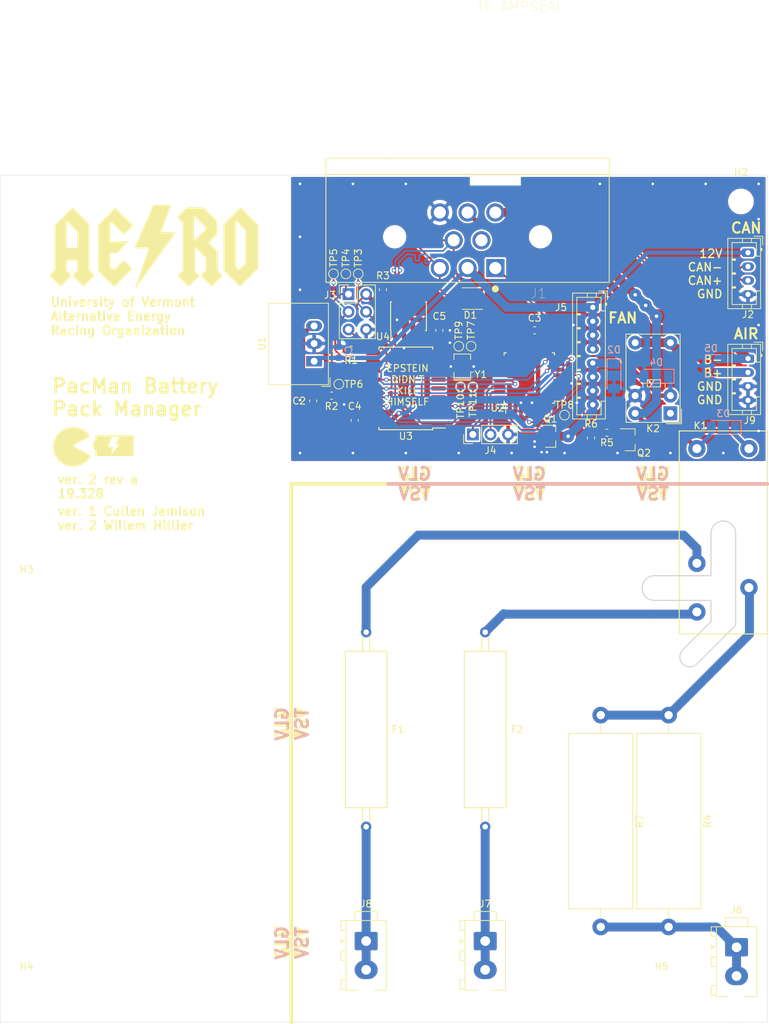
<source format=kicad_pcb>
(kicad_pcb (version 20171130) (host pcbnew 5.1.7-a382d34a8~88~ubuntu18.04.1)
  (layers (0 F.Cu signal) (31 B.Cu signal) (34 B.Paste user) (35 F.Paste user) (36 B.SilkS user) (37 F.SilkS user) (38 B.Mask user) (39 F.Mask user) (44 Edge.Cuts user))
  (net 0 "")
  (net 1 GND)
  (net 2 +12V)
  (net 3 +5V)
  (net 4 /CAN-)
  (net 5 /CAN+)
  (net 6 /FAN_LOW)
  (net 7 "Net-(D3-Pad2)")
  (net 8 /SHDN_IN)
  (net 9 /CONT)
  (net 10 /Precharge/Discharge/AIR_B+)
  (net 11 /Precharge/Discharge/AIR_B-)
  (net 12 /RST)
  (net 13 /MOSI)
  (net 14 /SCK)
  (net 15 /MISO)
  (net 16 /TX)
  (net 17 /RX)
  (net 18 /Precharge/Discharge/INT+)
  (net 19 /Precharge/Discharge/B+)
  (net 20 /Precharge/Discharge/INT-)
  (net 21 /FAN_CTRL)
  (net 22 "Net-(Q2-Pad1)")
  (net 23 "Net-(R2-Pad2)")
  (net 24 "Net-(R3-Pad1)")
  (net 25 "Net-(K1-Pad5)")
  (net 26 /PRECH)
  (net 27 /CAN_CS)
  (net 28 "Net-(TP7-Pad1)")
  (net 29 /MCU_CLK)
  (net 30 "Net-(TP9-Pad1)")
  (net 31 /RXCAN)
  (net 32 /TXCAN)
  (net 33 "Net-(F1-Pad1)")
  (net 34 "Net-(F2-Pad1)")
  (net 35 "Net-(D1-Pad2)")
  (net 36 "Net-(J1-Pad4)")
  (net 37 "Net-(K2-Pad1)")
  (net 38 "Net-(U2-Pad28)")
  (net 39 "Net-(U2-Pad27)")
  (net 40 "Net-(U2-Pad26)")
  (net 41 "Net-(U2-Pad25)")
  (net 42 "Net-(U2-Pad24)")
  (net 43 "Net-(U2-Pad23)")
  (net 44 "Net-(U2-Pad22)")
  (net 45 "Net-(U2-Pad20)")
  (net 46 "Net-(U2-Pad19)")
  (net 47 "Net-(U2-Pad14)")
  (net 48 "Net-(U2-Pad12)")
  (net 49 "Net-(U2-Pad11)")
  (net 50 "Net-(U2-Pad10)")
  (net 51 "Net-(U2-Pad9)")
  (net 52 "Net-(U2-Pad8)")
  (net 53 "Net-(U2-Pad2)")
  (net 54 "Net-(U2-Pad1)")
  (net 55 "Net-(U3-Pad12)")
  (net 56 "Net-(U3-Pad11)")
  (net 57 "Net-(U3-Pad10)")
  (net 58 "Net-(U3-Pad6)")
  (net 59 "Net-(U3-Pad5)")
  (net 60 "Net-(U3-Pad4)")
  (net 61 "Net-(U4-Pad5)")
  (module Capacitor_SMD:C_0603_1608Metric (layer B.Cu) (at -18.542 16.637 90)
    (fp_text reference C1 (at 0 1.43 90) (layer B.SilkS) (effects (justify mirror)))
    (fp_text value 10u)
    (pad 1 smd roundrect (at -0.7875 0 90) (size 0.875 0.95) (layers B.Cu B.Paste B.Mask) (net 2 +12V))
    (pad 2 smd roundrect (at 0.7875 0 90) (size 0.875 0.95) (layers B.Cu B.Paste B.Mask) (net 1 GND))
  )
  (module Resistor_THT:R_Axial_Power_L25.0mm_W9.0mm_P30.48mm (layer F.Cu) (at 28.956 68.834 270)
    (fp_text reference R4 (at 15.24 -5.62 90) (layer F.SilkS))
    (fp_text value "1k 7W")
    (pad 2 thru_hole oval (at 30.48 0 270) (size 2.4 2.4) (drill 1.2) (layers *.Cu *.Mask) (net 18 /Precharge/Discharge/INT+))
    (pad 1 thru_hole circle (at 0 0 270) (size 2.4 2.4) (drill 1.2) (layers *.Cu *.Mask) (net 25 "Net-(K1-Pad5)"))
  )
  (module Resistor_THT:R_Axial_Power_L25.0mm_W9.0mm_P30.48mm (layer F.Cu) (at 19.177 68.834 270)
    (fp_text reference R7 (at 15.24 -5.62 90) (layer F.SilkS))
    (fp_text value "1k 7W")
    (pad 2 thru_hole oval (at 30.48 0 270) (size 2.4 2.4) (drill 1.2) (layers *.Cu *.Mask) (net 18 /Precharge/Discharge/INT+))
    (pad 1 thru_hole circle (at 0 0 270) (size 2.4 2.4) (drill 1.2) (layers *.Cu *.Mask) (net 25 "Net-(K1-Pad5)"))
  )
  (module AERO-footprints:pacman-logo-silkscreen (layer F.Cu) (at -53.848 30.226)
    (fp_text reference G*** hide)
    (fp_text value LOGO hide)
  )
  (module MountingHole:MountingHole_3.2mm_M3 (layer F.Cu) (at 39.37 -5.08)
    (fp_text reference H2 (at 0 -4.2) (layer F.SilkS))
    (fp_text value MountingHole)
    (pad 1 np_thru_hole circle (at 0 0) (size 3.2 3.2) (drill 3.2) (layers *.Cu *.Mask))
  )
  (module Connector_JST:JST_PH_B4B-PH-K_1x04_P2.00mm_Vertical (layer F.Cu) (at 40.386 2.286 270)
    (fp_text reference J2 (at 8.89 0) (layer F.SilkS))
    (fp_text value "JST PH")
    (pad 1 thru_hole roundrect (at 0 0 270) (size 1.2 1.75) (drill 0.75) (layers *.Cu *.Mask) (roundrect_rratio 0.208333) (net 2 +12V))
    (pad 2 thru_hole oval (at 2 0 270) (size 1.2 1.75) (drill 0.75) (layers *.Cu *.Mask) (net 4 /CAN-))
    (pad 3 thru_hole oval (at 4 0 270) (size 1.2 1.75) (drill 0.75) (layers *.Cu *.Mask) (net 5 /CAN+))
    (pad 4 thru_hole oval (at 6 0 270) (size 1.2 1.75) (drill 0.75) (layers *.Cu *.Mask) (net 1 GND))
  )
  (module Connector_JST:JST_PH_B8B-PH-K_1x08_P2.00mm_Vertical (layer F.Cu) (at 18.034 10.16 270)
    (fp_text reference J5 (at 0 4.572) (layer F.SilkS))
    (fp_text value "JST PH")
    (pad 8 thru_hole oval (at 14 0 270) (size 1.2 1.75) (drill 0.75) (layers *.Cu *.Mask) (net 6 /FAN_LOW))
    (pad 7 thru_hole oval (at 12 0 270) (size 1.2 1.75) (drill 0.75) (layers *.Cu *.Mask) (net 6 /FAN_LOW))
    (pad 6 thru_hole oval (at 10 0 270) (size 1.2 1.75) (drill 0.75) (layers *.Cu *.Mask) (net 6 /FAN_LOW))
    (pad 5 thru_hole oval (at 8 0 270) (size 1.2 1.75) (drill 0.75) (layers *.Cu *.Mask) (net 6 /FAN_LOW))
    (pad 4 thru_hole oval (at 6 0 270) (size 1.2 1.75) (drill 0.75) (layers *.Cu *.Mask) (net 2 +12V))
    (pad 3 thru_hole oval (at 4 0 270) (size 1.2 1.75) (drill 0.75) (layers *.Cu *.Mask) (net 2 +12V))
    (pad 2 thru_hole oval (at 2 0 270) (size 1.2 1.75) (drill 0.75) (layers *.Cu *.Mask) (net 2 +12V))
    (pad 1 thru_hole roundrect (at 0 0 270) (size 1.2 1.75) (drill 0.75) (layers *.Cu *.Mask) (roundrect_rratio 0.208333) (net 2 +12V))
  )
  (module Diode_SMD:D_MiniMELF (layer B.Cu) (at 21.082 20.094 270)
    (fp_text reference D2 (at -3.838 0) (layer B.SilkS) (effects (justify mirror)))
    (fp_text value 1N4148)
    (pad 2 smd rect (at 1.75 0 270) (size 1.3 1.7) (layers B.Cu B.Paste B.Mask) (net 1 GND))
    (pad 1 smd rect (at -1.75 0 270) (size 1.3 1.7) (layers B.Cu B.Paste B.Mask) (net 6 /FAN_LOW))
  )
  (module Package_TO_SOT_SMD:SOT-23 (layer F.Cu) (at 11.938 28.702)
    (fp_text reference Q1 (at 0 -2.5) (layer F.SilkS))
    (fp_text value DMN3404L)
    (pad 3 smd rect (at 1 0) (size 0.9 0.8) (layers F.Cu F.Paste F.Mask) (net 6 /FAN_LOW))
    (pad 2 smd rect (at -1 0.95) (size 0.9 0.8) (layers F.Cu F.Paste F.Mask) (net 1 GND))
    (pad 1 smd rect (at -1 -0.95) (size 0.9 0.8) (layers F.Cu F.Paste F.Mask) (net 21 /FAN_CTRL))
  )
  (module AERO_Logos:AERO_Logo_30x12mm (layer F.Cu) (at -45.212 1.524)
    (fp_text reference G*** hide)
    (fp_text value LOGO hide)
  )
  (module Crystal:Resonator_SMD_muRata_CSTxExxV-3Pin_3.0x1.1mm (layer F.Cu) (at -0.762 18.669 90)
    (fp_text reference Y1 (at -1.143 2.667 180) (layer F.SilkS))
    (fp_text value 16MHz)
    (pad 3 smd rect (at 1.2 0 90) (size 0.4 1.9) (layers F.Cu F.Paste F.Mask) (net 30 "Net-(TP9-Pad1)"))
    (pad 2 smd rect (at 0 0 90) (size 0.4 1.9) (layers F.Cu F.Paste F.Mask) (net 1 GND))
    (pad 1 smd rect (at -1.2 0 90) (size 0.4 1.9) (layers F.Cu F.Paste F.Mask) (net 28 "Net-(TP7-Pad1)"))
  )
  (module Resistor_SMD:R_0603_1608Metric (layer F.Cu) (at -12.192 7.62 90)
    (fp_text reference R3 (at 2.032 0 180) (layer F.SilkS))
    (fp_text value 10k)
    (pad 1 smd roundrect (at -0.7875 0 90) (size 0.875 0.95) (layers F.Cu F.Paste F.Mask) (net 24 "Net-(R3-Pad1)"))
    (pad 2 smd roundrect (at 0.7875 0 90) (size 0.875 0.95) (layers F.Cu F.Paste F.Mask) (net 1 GND))
  )
  (module Resistor_SMD:R_0603_1608Metric (layer F.Cu) (at -19.5835 22.86)
    (fp_text reference R2 (at 0 1.524) (layer F.SilkS))
    (fp_text value 10k)
    (pad 1 smd roundrect (at -0.7875 0) (size 0.875 0.95) (layers F.Cu F.Paste F.Mask) (net 3 +5V))
    (pad 2 smd roundrect (at 0.7875 0) (size 0.875 0.95) (layers F.Cu F.Paste F.Mask) (net 23 "Net-(R2-Pad2)"))
  )
  (module Connector_JST:JST_PH_B4B-PH-K_1x04_P2.00mm_Vertical (layer F.Cu) (at 40.386 17.526 270)
    (fp_text reference J9 (at 8.89 -0.254) (layer F.SilkS))
    (fp_text value "JST PH")
    (pad 4 thru_hole oval (at 6 0 270) (size 1.2 1.75) (drill 0.75) (layers *.Cu *.Mask) (net 1 GND))
    (pad 3 thru_hole oval (at 4 0 270) (size 1.2 1.75) (drill 0.75) (layers *.Cu *.Mask) (net 1 GND))
    (pad 2 thru_hole oval (at 2 0 270) (size 1.2 1.75) (drill 0.75) (layers *.Cu *.Mask) (net 10 /Precharge/Discharge/AIR_B+))
    (pad 1 thru_hole roundrect (at 0 0 270) (size 1.2 1.75) (drill 0.75) (layers *.Cu *.Mask) (roundrect_rratio 0.208333) (net 11 /Precharge/Discharge/AIR_B-))
  )
  (module Resistor_SMD:R_0603_1608Metric (layer F.Cu) (at 20.066 28.194 180)
    (fp_text reference R5 (at 0 -1.43 180) (layer F.SilkS))
    (fp_text value 10k)
    (pad 2 smd roundrect (at 0.7875 0 180) (size 0.875 0.95) (layers F.Cu F.Paste F.Mask) (net 26 /PRECH))
    (pad 1 smd roundrect (at -0.7875 0 180) (size 0.875 0.95) (layers F.Cu F.Paste F.Mask) (net 22 "Net-(Q2-Pad1)"))
  )
  (module Resistor_SMD:R_0603_1608Metric (layer F.Cu) (at 17.78 28.956 90)
    (fp_text reference R6 (at 2.032 0 180) (layer F.SilkS))
    (fp_text value 2k)
    (pad 1 smd roundrect (at -0.7875 0 90) (size 0.875 0.95) (layers F.Cu F.Paste F.Mask) (net 1 GND))
    (pad 2 smd roundrect (at 0.7875 0 90) (size 0.875 0.95) (layers F.Cu F.Paste F.Mask) (net 26 /PRECH))
  )
  (module NetTie:NetTie-2_SMD_Pad2.0mm (layer F.Cu) (at 29.21 11.43)
    (fp_text reference NT1 hide)
    (fp_text value Net-Tie_2)
    (fp_poly (pts (xy -2 -1) (xy 2 -1) (xy 2 1) (xy -2 1)) (layer F.Cu) (width 0))
    (pad 2 smd circle (at 2 0) (size 2 2) (layers F.Cu) (net 11 /Precharge/Discharge/AIR_B-))
    (pad 1 smd circle (at -2 0) (size 2 2) (layers F.Cu) (net 8 /SHDN_IN))
  )
  (module Package_SO:SOIC-8_3.9x4.9mm_P1.27mm (layer F.Cu) (at -8.509 11.43 90)
    (fp_text reference U4 (at -2.921 -3.683 180) (layer F.SilkS))
    (fp_text value MCP2551-I-SN)
    (pad 8 smd rect (at 2.7 -1.905 90) (size 1.55 0.6) (layers F.Cu F.Paste F.Mask) (net 24 "Net-(R3-Pad1)"))
    (pad 7 smd rect (at 2.7 -0.635 90) (size 1.55 0.6) (layers F.Cu F.Paste F.Mask) (net 5 /CAN+))
    (pad 6 smd rect (at 2.7 0.635 90) (size 1.55 0.6) (layers F.Cu F.Paste F.Mask) (net 4 /CAN-))
    (pad 5 smd rect (at 2.7 1.905 90) (size 1.55 0.6) (layers F.Cu F.Paste F.Mask) (net 61 "Net-(U4-Pad5)"))
    (pad 4 smd rect (at -2.7 1.905 90) (size 1.55 0.6) (layers F.Cu F.Paste F.Mask) (net 31 /RXCAN))
    (pad 3 smd rect (at -2.7 0.635 90) (size 1.55 0.6) (layers F.Cu F.Paste F.Mask) (net 3 +5V))
    (pad 2 smd rect (at -2.7 -0.635 90) (size 1.55 0.6) (layers F.Cu F.Paste F.Mask) (net 1 GND))
    (pad 1 smd rect (at -2.7 -1.905 90) (size 1.55 0.6) (layers F.Cu F.Paste F.Mask) (net 32 /TXCAN))
  )
  (module TestPoint:TestPoint_Pad_D1.0mm (layer F.Cu) (at 0.762 21.59)
    (fp_text reference TP11 (at 0 2.54 90) (layer F.SilkS))
    (fp_text value TestPoint)
    (pad 1 smd circle (at 0 0) (size 1 1) (layers F.Cu F.Mask) (net 32 /TXCAN))
  )
  (module TestPoint:TestPoint_Pad_D1.0mm (layer F.Cu) (at -1.016 21.59)
    (fp_text reference TP10 (at 0 2.794 90) (layer F.SilkS))
    (fp_text value TestPoint)
    (pad 1 smd circle (at 0 0) (size 1 1) (layers F.Cu F.Mask) (net 31 /RXCAN))
  )
  (module TestPoint:TestPoint_Pad_D1.0mm (layer F.Cu) (at -1.27 15.748)
    (fp_text reference TP9 (at 0 -2.286 90) (layer F.SilkS))
    (fp_text value TestPoint)
    (pad 1 smd circle (at 0 0) (size 1 1) (layers F.Cu F.Mask) (net 30 "Net-(TP9-Pad1)"))
  )
  (module TestPoint:TestPoint_Pad_D1.0mm (layer F.Cu) (at 13.97 25.654)
    (fp_text reference TP8 (at 0 -1.448) (layer F.SilkS))
    (fp_text value TestPoint)
    (pad 1 smd circle (at 0 0) (size 1 1) (layers F.Cu F.Mask) (net 29 /MCU_CLK))
  )
  (module TestPoint:TestPoint_Pad_D1.0mm (layer F.Cu) (at 0.508 15.748)
    (fp_text reference TP7 (at 0 -2.286 90) (layer F.SilkS))
    (fp_text value TestPoint)
    (pad 1 smd circle (at 0 0) (size 1 1) (layers F.Cu F.Mask) (net 28 "Net-(TP7-Pad1)"))
  )
  (module TestPoint:TestPoint_Pad_D1.0mm (layer F.Cu) (at -18.542 21.209)
    (fp_text reference TP6 (at 2.159 0) (layer F.SilkS))
    (fp_text value TestPoint)
    (pad 1 smd circle (at 0 0) (size 1 1) (layers F.Cu F.Mask) (net 27 /CAN_CS))
  )
  (module TestPoint:TestPoint_Pad_D1.0mm (layer F.Cu) (at -19.304 5.334)
    (fp_text reference TP5 (at 0 -2.286 90) (layer F.SilkS))
    (fp_text value TestPoint)
    (pad 1 smd circle (at 0 0) (size 1 1) (layers F.Cu F.Mask) (net 14 /SCK))
  )
  (module TestPoint:TestPoint_Pad_D1.0mm (layer F.Cu) (at -17.526 5.334)
    (fp_text reference TP4 (at 0 -2.286 90) (layer F.SilkS))
    (fp_text value TestPoint)
    (pad 1 smd circle (at 0 0) (size 1 1) (layers F.Cu F.Mask) (net 15 /MISO))
  )
  (module TestPoint:TestPoint_Pad_D1.0mm (layer F.Cu) (at -15.748 5.334)
    (fp_text reference TP3 (at 0 -2.286 90) (layer F.SilkS))
    (fp_text value TestPoint)
    (pad 1 smd circle (at 0 0) (size 1 1) (layers F.Cu F.Mask) (net 13 /MOSI))
  )
  (module Connector_PinHeader_2.54mm:PinHeader_1x03_P2.54mm_Vertical (layer F.Cu) (at 0.762 28.448 90)
    (fp_text reference J4 (at -2.286 2.54 180) (layer F.SilkS))
    (fp_text value Conn_01x03)
    (pad 3 thru_hole oval (at 0 5.08 90) (size 1.7 1.7) (drill 1) (layers *.Cu *.Mask) (net 1 GND))
    (pad 2 thru_hole oval (at 0 2.54 90) (size 1.7 1.7) (drill 1) (layers *.Cu *.Mask) (net 16 /TX))
    (pad 1 thru_hole rect (at 0 0 90) (size 1.7 1.7) (drill 1) (layers *.Cu *.Mask) (net 17 /RX))
  )
  (module Resistor_SMD:R_0603_1608Metric (layer F.Cu) (at -16.764 16.256)
    (fp_text reference R1 (at 0 1.524) (layer F.SilkS))
    (fp_text value 10k)
    (pad 2 smd roundrect (at 0.7875 0) (size 0.875 0.95) (layers F.Cu F.Paste F.Mask) (net 12 /RST))
    (pad 1 smd roundrect (at -0.7875 0) (size 0.875 0.95) (layers F.Cu F.Paste F.Mask) (net 3 +5V))
  )
  (module Connector_PinHeader_2.54mm:PinHeader_2x03_P2.54mm_Vertical (layer F.Cu) (at -17.145 8.255)
    (fp_text reference J3 (at -2.667 0.127) (layer F.SilkS))
    (fp_text value ICSP)
    (pad 6 thru_hole oval (at 2.54 5.08) (size 1.7 1.7) (drill 1) (layers *.Cu *.Mask) (net 1 GND))
    (pad 5 thru_hole oval (at 0 5.08) (size 1.7 1.7) (drill 1) (layers *.Cu *.Mask) (net 12 /RST))
    (pad 4 thru_hole oval (at 2.54 2.54) (size 1.7 1.7) (drill 1) (layers *.Cu *.Mask) (net 13 /MOSI))
    (pad 3 thru_hole oval (at 0 2.54) (size 1.7 1.7) (drill 1) (layers *.Cu *.Mask) (net 14 /SCK))
    (pad 2 thru_hole oval (at 2.54 0) (size 1.7 1.7) (drill 1) (layers *.Cu *.Mask) (net 3 +5V))
    (pad 1 thru_hole rect (at 0 0) (size 1.7 1.7) (drill 1) (layers *.Cu *.Mask) (net 15 /MISO))
  )
  (module Capacitor_SMD:C_0603_1608Metric (layer F.Cu) (at -4.064 13.462 270)
    (fp_text reference C5 (at -2.032 0) (layer F.SilkS))
    (fp_text value 0.1u)
    (pad 2 smd roundrect (at 0.7875 0 270) (size 0.875 0.95) (layers F.Cu F.Paste F.Mask) (net 1 GND))
    (pad 1 smd roundrect (at -0.7875 0 270) (size 0.875 0.95) (layers F.Cu F.Paste F.Mask) (net 3 +5V))
  )
  (module Capacitor_SMD:C_0603_1608Metric (layer F.Cu) (at -16.256 26.416 90)
    (fp_text reference C4 (at 2.032 0 180) (layer F.SilkS))
    (fp_text value 0.1u)
    (pad 2 smd roundrect (at 0.7875 0 90) (size 0.875 0.95) (layers F.Cu F.Paste F.Mask) (net 1 GND))
    (pad 1 smd roundrect (at -0.7875 0 90) (size 0.875 0.95) (layers F.Cu F.Paste F.Mask) (net 3 +5V))
  )
  (module Capacitor_SMD:C_0603_1608Metric (layer F.Cu) (at 9.652 13.462 180)
    (fp_text reference C3 (at 0 1.778 180) (layer F.SilkS))
    (fp_text value 0.1u)
    (pad 1 smd roundrect (at -0.7875 0 180) (size 0.875 0.95) (layers F.Cu F.Paste F.Mask) (net 3 +5V))
    (pad 2 smd roundrect (at 0.7875 0 180) (size 0.875 0.95) (layers F.Cu F.Paste F.Mask) (net 1 GND))
  )
  (module Capacitor_SMD:C_0603_1608Metric (layer F.Cu) (at -22.225 23.622 270)
    (fp_text reference C2 (at 0 2.032 180) (layer F.SilkS))
    (fp_text value 10u)
    (pad 2 smd roundrect (at 0.7875 0 270) (size 0.875 0.95) (layers F.Cu F.Paste F.Mask) (net 1 GND))
    (pad 1 smd roundrect (at -0.7875 0 270) (size 0.875 0.95) (layers F.Cu F.Paste F.Mask) (net 3 +5V))
  )
  (module Package_TO_SOT_SMD:SOT-143 (layer F.Cu) (at 0.424 8.89 180)
    (fp_text reference D1 (at 0.02 -2.38 180) (layer F.SilkS))
    (fp_text value SP0503BAHT)
    (pad 4 smd rect (at 1.1 -0.95 90) (size 1 1.4) (layers F.Cu F.Paste F.Mask) (net 4 /CAN-))
    (pad 3 smd rect (at 1.1 0.95 90) (size 1 1.4) (layers F.Cu F.Paste F.Mask) (net 5 /CAN+))
    (pad 2 smd rect (at -1.1 0.95 90) (size 1 1.4) (layers F.Cu F.Paste F.Mask) (net 35 "Net-(D1-Pad2)"))
    (pad 1 smd rect (at -1.1 -0.77 90) (size 1.2 1.4) (layers F.Cu F.Paste F.Mask) (net 1 GND))
  )
  (module Package_QFP:TQFP-32_7x7mm_P0.8mm (layer F.Cu) (at 8.89 20.32 90)
    (fp_text reference U2 (at -4.318 -4.572 180) (layer F.SilkS))
    (fp_text value ATmega328P-AU)
    (pad 32 smd rect (at -2.8 -4.25 180) (size 1.6 0.55) (layers F.Cu F.Paste F.Mask) (net 21 /FAN_CTRL))
    (pad 31 smd rect (at -2 -4.25 180) (size 1.6 0.55) (layers F.Cu F.Paste F.Mask) (net 16 /TX))
    (pad 30 smd rect (at -1.2 -4.25 180) (size 1.6 0.55) (layers F.Cu F.Paste F.Mask) (net 17 /RX))
    (pad 29 smd rect (at -0.4 -4.25 180) (size 1.6 0.55) (layers F.Cu F.Paste F.Mask) (net 12 /RST))
    (pad 28 smd rect (at 0.4 -4.25 180) (size 1.6 0.55) (layers F.Cu F.Paste F.Mask) (net 38 "Net-(U2-Pad28)"))
    (pad 27 smd rect (at 1.2 -4.25 180) (size 1.6 0.55) (layers F.Cu F.Paste F.Mask) (net 39 "Net-(U2-Pad27)"))
    (pad 26 smd rect (at 2 -4.25 180) (size 1.6 0.55) (layers F.Cu F.Paste F.Mask) (net 40 "Net-(U2-Pad26)"))
    (pad 25 smd rect (at 2.8 -4.25 180) (size 1.6 0.55) (layers F.Cu F.Paste F.Mask) (net 41 "Net-(U2-Pad25)"))
    (pad 24 smd rect (at 4.25 -2.8 90) (size 1.6 0.55) (layers F.Cu F.Paste F.Mask) (net 42 "Net-(U2-Pad24)"))
    (pad 23 smd rect (at 4.25 -2 90) (size 1.6 0.55) (layers F.Cu F.Paste F.Mask) (net 43 "Net-(U2-Pad23)"))
    (pad 22 smd rect (at 4.25 -1.2 90) (size 1.6 0.55) (layers F.Cu F.Paste F.Mask) (net 44 "Net-(U2-Pad22)"))
    (pad 21 smd rect (at 4.25 -0.4 90) (size 1.6 0.55) (layers F.Cu F.Paste F.Mask) (net 1 GND))
    (pad 20 smd rect (at 4.25 0.4 90) (size 1.6 0.55) (layers F.Cu F.Paste F.Mask) (net 45 "Net-(U2-Pad20)"))
    (pad 19 smd rect (at 4.25 1.2 90) (size 1.6 0.55) (layers F.Cu F.Paste F.Mask) (net 46 "Net-(U2-Pad19)"))
    (pad 18 smd rect (at 4.25 2 90) (size 1.6 0.55) (layers F.Cu F.Paste F.Mask) (net 3 +5V))
    (pad 17 smd rect (at 4.25 2.8 90) (size 1.6 0.55) (layers F.Cu F.Paste F.Mask) (net 14 /SCK))
    (pad 16 smd rect (at 2.8 4.25 180) (size 1.6 0.55) (layers F.Cu F.Paste F.Mask) (net 15 /MISO))
    (pad 15 smd rect (at 2 4.25 180) (size 1.6 0.55) (layers F.Cu F.Paste F.Mask) (net 13 /MOSI))
    (pad 14 smd rect (at 1.2 4.25 180) (size 1.6 0.55) (layers F.Cu F.Paste F.Mask) (net 47 "Net-(U2-Pad14)"))
    (pad 13 smd rect (at 0.4 4.25 180) (size 1.6 0.55) (layers F.Cu F.Paste F.Mask) (net 27 /CAN_CS))
    (pad 12 smd rect (at -0.4 4.25 180) (size 1.6 0.55) (layers F.Cu F.Paste F.Mask) (net 48 "Net-(U2-Pad12)"))
    (pad 11 smd rect (at -1.2 4.25 180) (size 1.6 0.55) (layers F.Cu F.Paste F.Mask) (net 49 "Net-(U2-Pad11)"))
    (pad 10 smd rect (at -2 4.25 180) (size 1.6 0.55) (layers F.Cu F.Paste F.Mask) (net 50 "Net-(U2-Pad10)"))
    (pad 9 smd rect (at -2.8 4.25 180) (size 1.6 0.55) (layers F.Cu F.Paste F.Mask) (net 51 "Net-(U2-Pad9)"))
    (pad 8 smd rect (at -4.25 2.8 90) (size 1.6 0.55) (layers F.Cu F.Paste F.Mask) (net 52 "Net-(U2-Pad8)"))
    (pad 7 smd rect (at -4.25 2 90) (size 1.6 0.55) (layers F.Cu F.Paste F.Mask) (net 29 /MCU_CLK))
    (pad 6 smd rect (at -4.25 1.2 90) (size 1.6 0.55) (layers F.Cu F.Paste F.Mask) (net 3 +5V))
    (pad 5 smd rect (at -4.25 0.4 90) (size 1.6 0.55) (layers F.Cu F.Paste F.Mask) (net 1 GND))
    (pad 4 smd rect (at -4.25 -0.4 90) (size 1.6 0.55) (layers F.Cu F.Paste F.Mask) (net 3 +5V))
    (pad 3 smd rect (at -4.25 -1.2 90) (size 1.6 0.55) (layers F.Cu F.Paste F.Mask) (net 1 GND))
    (pad 2 smd rect (at -4.25 -2 90) (size 1.6 0.55) (layers F.Cu F.Paste F.Mask) (net 53 "Net-(U2-Pad2)"))
    (pad 1 smd rect (at -4.25 -2.8 90) (size 1.6 0.55) (layers F.Cu F.Paste F.Mask) (net 54 "Net-(U2-Pad1)"))
  )
  (module Package_TO_SOT_SMD:SOT-23 (layer F.Cu) (at 23.368 29.21)
    (fp_text reference Q2 (at 2.032 1.905) (layer F.SilkS))
    (fp_text value MMBT2222A)
    (pad 1 smd rect (at -1 -0.95) (size 0.9 0.8) (layers F.Cu F.Paste F.Mask) (net 22 "Net-(Q2-Pad1)"))
    (pad 2 smd rect (at -1 0.95) (size 0.9 0.8) (layers F.Cu F.Paste F.Mask) (net 1 GND))
    (pad 3 smd rect (at 1 0) (size 0.9 0.8) (layers F.Cu F.Paste F.Mask) (net 7 "Net-(D3-Pad2)"))
  )
  (module Package_TO_SOT_SMD:SOT-23 (layer B.Cu) (at 35.052 18.542 180)
    (fp_text reference D5 (at 0 2.5 180) (layer B.SilkS) (effects (justify mirror)))
    (fp_text value MMBZxx)
    (pad 3 smd rect (at 1 0 180) (size 0.9 0.8) (layers B.Cu B.Paste B.Mask) (net 1 GND))
    (pad 2 smd rect (at -1 -0.95 180) (size 0.9 0.8) (layers B.Cu B.Paste B.Mask) (net 10 /Precharge/Discharge/AIR_B+))
    (pad 1 smd rect (at -1 0.95 180) (size 0.9 0.8) (layers B.Cu B.Paste B.Mask) (net 11 /Precharge/Discharge/AIR_B-))
  )
  (module Diode_SMD:D_MiniMELF (layer B.Cu) (at 27.178 20.066 180)
    (fp_text reference D4 (at 0 2 180) (layer B.SilkS) (effects (justify mirror)))
    (fp_text value 1N4148)
    (pad 2 smd rect (at 1.75 0 180) (size 1.3 1.7) (layers B.Cu B.Paste B.Mask) (net 1 GND))
    (pad 1 smd rect (at -1.75 0 180) (size 1.3 1.7) (layers B.Cu B.Paste B.Mask) (net 9 /CONT))
  )
  (module Diode_SMD:D_MiniMELF (layer B.Cu) (at 36.83 27.432 180)
    (fp_text reference D3 (at 0 2 180) (layer B.SilkS) (effects (justify mirror)))
    (fp_text value 1N4148)
    (pad 1 smd rect (at -1.75 0 180) (size 1.3 1.7) (layers B.Cu B.Paste B.Mask) (net 8 /SHDN_IN))
    (pad 2 smd rect (at 1.75 0 180) (size 1.3 1.7) (layers B.Cu B.Paste B.Mask) (net 7 "Net-(D3-Pad2)"))
  )
  (module Package_SO:SOIC-18W_7.5x11.6mm_P1.27mm (layer F.Cu) (at -8.89 21.816999 180)
    (fp_text reference U3 (at 0 -6.875 180) (layer F.SilkS))
    (fp_text value MCP2515-xSO)
    (pad 18 smd rect (at 4.7 -5.08 180) (size 2 0.6) (layers F.Cu F.Paste F.Mask) (net 3 +5V))
    (pad 17 smd rect (at 4.7 -3.81 180) (size 2 0.6) (layers F.Cu F.Paste F.Mask) (net 23 "Net-(R2-Pad2)"))
    (pad 16 smd rect (at 4.7 -2.54 180) (size 2 0.6) (layers F.Cu F.Paste F.Mask) (net 27 /CAN_CS))
    (pad 15 smd rect (at 4.7 -1.27 180) (size 2 0.6) (layers F.Cu F.Paste F.Mask) (net 15 /MISO))
    (pad 14 smd rect (at 4.7 0 180) (size 2 0.6) (layers F.Cu F.Paste F.Mask) (net 13 /MOSI))
    (pad 13 smd rect (at 4.7 1.27 180) (size 2 0.6) (layers F.Cu F.Paste F.Mask) (net 14 /SCK))
    (pad 12 smd rect (at 4.7 2.54 180) (size 2 0.6) (layers F.Cu F.Paste F.Mask) (net 55 "Net-(U3-Pad12)"))
    (pad 11 smd rect (at 4.7 3.81 180) (size 2 0.6) (layers F.Cu F.Paste F.Mask) (net 56 "Net-(U3-Pad11)"))
    (pad 10 smd rect (at 4.7 5.08 180) (size 2 0.6) (layers F.Cu F.Paste F.Mask) (net 57 "Net-(U3-Pad10)"))
    (pad 9 smd rect (at -4.7 5.08 180) (size 2 0.6) (layers F.Cu F.Paste F.Mask) (net 1 GND))
    (pad 8 smd rect (at -4.7 3.81 180) (size 2 0.6) (layers F.Cu F.Paste F.Mask) (net 30 "Net-(TP9-Pad1)"))
    (pad 7 smd rect (at -4.7 2.54 180) (size 2 0.6) (layers F.Cu F.Paste F.Mask) (net 28 "Net-(TP7-Pad1)"))
    (pad 6 smd rect (at -4.7 1.27 180) (size 2 0.6) (layers F.Cu F.Paste F.Mask) (net 58 "Net-(U3-Pad6)"))
    (pad 5 smd rect (at -4.7 0 180) (size 2 0.6) (layers F.Cu F.Paste F.Mask) (net 59 "Net-(U3-Pad5)"))
    (pad 4 smd rect (at -4.7 -1.27 180) (size 2 0.6) (layers F.Cu F.Paste F.Mask) (net 60 "Net-(U3-Pad4)"))
    (pad 3 smd rect (at -4.7 -2.54 180) (size 2 0.6) (layers F.Cu F.Paste F.Mask) (net 29 /MCU_CLK))
    (pad 2 smd rect (at -4.7 -3.81 180) (size 2 0.6) (layers F.Cu F.Paste F.Mask) (net 31 /RXCAN))
    (pad 1 smd rect (at -4.7 -5.08 180) (size 2 0.6) (layers F.Cu F.Paste F.Mask) (net 32 /TXCAN))
  )
  (module Relay_THT:Relay_SPDT_Omron_G5V-1 (layer F.Cu) (at 29.21 25.4 180)
    (fp_text reference K2 (at 2.5 -2.2 180) (layer F.SilkS))
    (fp_text value G5V-1)
    (pad 5 thru_hole circle (at 0 10.16 180) (size 2 2) (drill 1) (layers *.Cu *.Mask) (net 10 /Precharge/Discharge/AIR_B+))
    (pad 6 thru_hole circle (at 5.08 10.16 180) (size 2 2) (drill 1) (layers *.Cu *.Mask) (net 10 /Precharge/Discharge/AIR_B+))
    (pad 2 thru_hole circle (at 0 2.54 180) (size 2 2) (drill 1) (layers *.Cu *.Mask) (net 9 /CONT))
    (pad 1 thru_hole rect (at 0 0 180) (size 2 2) (drill 1) (layers *.Cu *.Mask) (net 37 "Net-(K2-Pad1)"))
    (pad 9 thru_hole circle (at 5.08 2.54 180) (size 2 2) (drill 1) (layers *.Cu *.Mask) (net 1 GND))
    (pad 10 thru_hole circle (at 5.08 0 180) (size 2 2) (drill 1) (layers *.Cu *.Mask) (net 8 /SHDN_IN))
  )
  (module AERO-footprints:TE_MATE-N-LOK_1-770866-x_1x02_P4.14mm_Vertical (layer F.Cu) (at -14.605 101.346)
    (fp_text reference J8 (at 0 -5.35) (layer F.SilkS))
    (fp_text value "TE Mate-N-Lok")
    (pad 1 thru_hole roundrect (at 0 0) (size 3.3 2.64) (drill 1.4) (layers *.Cu *.Mask) (roundrect_rratio 0.094697) (net 20 /Precharge/Discharge/INT-))
    (pad 2 thru_hole oval (at 0 4.14) (size 3.3 2.64) (drill 1.4) (layers *.Cu *.Mask) (net 20 /Precharge/Discharge/INT-))
    (pad "" np_thru_hole circle (at 0 8.58) (size 3.18 3.18) (drill 3.18) (layers *.Cu *.Mask))
  )
  (module AERO-footprints:TE_MATE-N-LOK_1-770866-x_1x02_P4.14mm_Vertical (layer F.Cu) (at 2.54 101.346)
    (fp_text reference J7 (at 0 -5.35) (layer F.SilkS))
    (fp_text value "TE Mate-N-Lok")
    (pad 1 thru_hole roundrect (at 0 0) (size 3.3 2.64) (drill 1.4) (layers *.Cu *.Mask) (roundrect_rratio 0.094697) (net 19 /Precharge/Discharge/B+))
    (pad 2 thru_hole oval (at 0 4.14) (size 3.3 2.64) (drill 1.4) (layers *.Cu *.Mask) (net 19 /Precharge/Discharge/B+))
    (pad "" np_thru_hole circle (at 0 8.58) (size 3.18 3.18) (drill 3.18) (layers *.Cu *.Mask))
  )
  (module AERO-footprints:TE_MATE-N-LOK_1-770866-x_1x02_P4.14mm_Vertical (layer F.Cu) (at 38.735 102.235)
    (fp_text reference J6 (at 0 -5.35) (layer F.SilkS))
    (fp_text value "TE Mate-N-Lok")
    (pad 1 thru_hole roundrect (at 0 0) (size 3.3 2.64) (drill 1.4) (layers *.Cu *.Mask) (roundrect_rratio 0.094697) (net 18 /Precharge/Discharge/INT+))
    (pad 2 thru_hole oval (at 0 4.14) (size 3.3 2.64) (drill 1.4) (layers *.Cu *.Mask) (net 18 /Precharge/Discharge/INT+))
    (pad "" np_thru_hole circle (at 0 8.58) (size 3.18 3.18) (drill 3.18) (layers *.Cu *.Mask))
  )
  (module AERO-footprints:G2RL (layer F.Cu) (at 36.83 43.18 270)
    (fp_text reference K1 (at -16.002 3.302) (layer F.SilkS))
    (fp_text value G2RL)
    (pad 1 thru_hole circle (at 3.8 3.81 270) (size 2.5 2.5) (drill 1.3) (layers *.Cu *.Mask) (net 33 "Net-(F1-Pad1)"))
    (pad 5 thru_hole circle (at 7.3 -3.69 270) (size 2.5 2.5) (drill 1.3) (layers *.Cu *.Mask) (net 25 "Net-(K1-Pad5)"))
    (pad 10 thru_hole circle (at 10.8 3.81 270) (size 2.5 2.5) (drill 1.3) (layers *.Cu *.Mask) (net 34 "Net-(F2-Pad1)"))
    (pad 2 thru_hole circle (at -12.7 -3.69 270) (size 2.5 2.5) (drill 1.3) (layers *.Cu *.Mask) (net 8 /SHDN_IN))
    (pad 9 thru_hole circle (at -12.7 3.81 270) (size 2.5 2.5) (drill 1.3) (layers *.Cu *.Mask) (net 7 "Net-(D3-Pad2)"))
  )
  (module AERO-footprints:Bell_0ADKP1000-RE (layer F.Cu) (at 2.54 70.896 270)
    (fp_text reference F2 (at 0 -4.572) (layer F.SilkS))
    (fp_text value "1A 300VDC")
    (pad 2 thru_hole circle (at 14 0 270) (size 1.5 1.5) (drill 0.8) (layers *.Cu *.Mask) (net 19 /Precharge/Discharge/B+))
    (pad 1 thru_hole circle (at -14 0 270) (size 1.5 1.5) (drill 0.8) (layers *.Cu *.Mask) (net 34 "Net-(F2-Pad1)"))
  )
  (module AERO-footprints:Bell_0ADKP1000-RE (layer F.Cu) (at -14.605 70.896 270)
    (fp_text reference F1 (at 0 -4.572) (layer F.SilkS))
    (fp_text value "1A 300VDC")
    (pad 2 thru_hole circle (at 14 0 270) (size 1.5 1.5) (drill 0.8) (layers *.Cu *.Mask) (net 20 /Precharge/Discharge/INT-))
    (pad 1 thru_hole circle (at -14 0 270) (size 1.5 1.5) (drill 0.8) (layers *.Cu *.Mask) (net 33 "Net-(F1-Pad1)"))
  )
  (module Connector_TE-AMPSEAL:TE_1-776280-1_8pin_Horizontal (layer F.Cu) (at 0 0 180)
    (fp_text reference J1 (at -10.1999 -8.14372) (layer F.SilkS) (effects (font (size 1.40081 1.40081) (thickness 0.05))))
    (fp_text value "TE AMPSEAL" (at -7.56757 33.1663) (layer F.SilkS) (effects (font (size 1.40234 1.40234) (thickness 0.05))))
    (fp_text user PCB~EDGE (at -4.00474 8.51007) (layer Edge.Cuts) (effects (font (thickness 0.05))))
    (pad 1 thru_hole rect (at -4 -4.5 180) (size 2.625 2.625) (drill 1.75) (layers *.Cu *.Mask) (net 26 /PRECH))
    (pad 2 thru_hole circle (at 0 -4.5 180) (size 2.625 2.625) (drill 1.75) (layers *.Cu *.Mask) (net 2 +12V))
    (pad 3 thru_hole circle (at 4 -4.5 180) (size 2.625 2.625) (drill 1.75) (layers *.Cu *.Mask) (net 4 /CAN-))
    (pad 4 thru_hole circle (at -2 -0.5 180) (size 2.625 2.625) (drill 1.75) (layers *.Cu *.Mask) (net 36 "Net-(J1-Pad4)"))
    (pad 5 thru_hole circle (at 2 -0.5 180) (size 2.625 2.625) (drill 1.75) (layers *.Cu *.Mask) (net 5 /CAN+))
    (pad 6 thru_hole circle (at -4 3.5 180) (size 2.625 2.625) (drill 1.75) (layers *.Cu *.Mask) (net 8 /SHDN_IN))
    (pad 7 thru_hole circle (at 0 3.5 180) (size 2.625 2.625) (drill 1.75) (layers *.Cu *.Mask) (net 9 /CONT))
    (pad 8 thru_hole circle (at 4 3.5 180) (size 2.625 2.625) (drill 1.75) (layers *.Cu *.Mask) (net 1 GND))
    (pad Hole np_thru_hole circle (at -10.5 0 180) (size 2.85 2.85) (drill 2.85) (layers *.Cu *.Mask F.SilkS))
    (pad Hole np_thru_hole circle (at 10.5 0 180) (size 2.85 2.85) (drill 2.85) (layers *.Cu *.Mask F.SilkS))
  )
  (module Converter_DCDC:Converter_DCDC_RECOM_R-78E-0.5_THT (layer F.Cu) (at -22.098 17.907 90)
    (fp_text reference U1 (at 2.54 -7.56 90) (layer F.SilkS))
    (fp_text value R-785.0-0.5)
    (pad 3 thru_hole oval (at 5.08 0 90) (size 1.5 2.3) (drill 1) (layers *.Cu *.Mask) (net 3 +5V))
    (pad 2 thru_hole oval (at 2.54 0 90) (size 1.5 2.3) (drill 1) (layers *.Cu *.Mask) (net 1 GND))
    (pad 1 thru_hole rect (at 0 0 90) (size 1.5 2.3) (drill 1) (layers *.Cu *.Mask) (net 2 +12V))
  )
  (module MountingHole:MountingHole_3.2mm_M3 (layer F.Cu) (at 27.94 109.22)
    (fp_text reference H5 (at 0 -4.2) (layer F.SilkS))
    (fp_text value MountingHole)
    (pad 1 np_thru_hole circle (at 0 0) (size 3.2 3.2) (drill 3.2) (layers *.Cu *.Mask))
  )
  (module MountingHole:MountingHole_3.2mm_M3 (layer F.Cu) (at -63.5 109.22)
    (fp_text reference H4 (at 0 -4.2) (layer F.SilkS))
    (fp_text value MountingHole)
    (pad 1 np_thru_hole circle (at 0 0) (size 3.2 3.2) (drill 3.2) (layers *.Cu *.Mask))
  )
  (module MountingHole:MountingHole_3.2mm_M3 (layer F.Cu) (at -63.5 52.07)
    (fp_text reference H3 (at 0 -4.2) (layer F.SilkS))
    (fp_text value MountingHole)
    (pad 1 np_thru_hole circle (at 0 0) (size 3.2 3.2) (drill 3.2) (layers *.Cu *.Mask))
  )
  (module MountingHole:MountingHole_3.2mm_M3 (layer F.Cu) (at -63.5 -5.08)
    (fp_text reference H1 (at 0 -0.162) (layer F.SilkS))
    (fp_text value MountingHole)
    (pad 1 np_thru_hole circle (at 0 0) (size 3.2 3.2) (drill 3.2) (layers *.Cu *.Mask))
  )
  (gr_text "ver. 1 Cullen Jemison\nver. 2 Willem Hillier" (at -59.182 40.513) (layer F.SilkS) (effects (font (size 1.27 1.27) (thickness 0.254)) (justify left)))
  (gr_text "EPSTEIN\nDIDN'T\nKILL\nHIMSELF" (at -8.636 21.336) (layer F.SilkS) (effects (font (size 1 1))))
  (gr_text "GLV\nTSV" (at -25.273 70.104 90) (layer F.SilkS) (effects (font (size 1.778 1.778) (thickness 0.381))))
  (gr_text "GLV\nTSV" (at -25.273 101.6 90) (layer F.SilkS) (effects (font (size 1.778 1.778) (thickness 0.381))))
  (gr_text "GLV\nTSV" (at -25.273 70.104 90) (layer B.SilkS) (effects (font (size 1.778 1.778) (thickness 0.381)) (justify mirror)))
  (gr_text "GLV\nTSV" (at -25.273 101.6 90) (layer B.SilkS) (effects (font (size 1.778 1.778) (thickness 0.381)) (justify mirror)))
  (gr_text "ver. 2 rev a\n19.328" (at -59.182 35.941) (layer F.SilkS) (effects (font (size 1.27 1.27) (thickness 0.254)) (justify left)))
  (gr_text "University of Vermont\nAlternative Energy\nRacing Organization" (at -60.198 11.43) (layer F.SilkS) (effects (font (size 1.27 1.27) (thickness 0.254)) (justify left)))
  (gr_text "PacMan Battery\nPack Manager" (at -60.071 23.114) (layer F.SilkS) (effects (font (size 2.032 2.032) (thickness 0.381)) (justify left)))
  (gr_line (start 38.608 42.672) (end 38.608 55.88) (layer Edge.Cuts) (width 0.15))
  (gr_line (start 38.608 55.88) (end 33.02 61.468) (layer Edge.Cuts) (width 0.15))
  (gr_line (start 30.988 59.436) (end 35.052 55.372) (layer Edge.Cuts) (width 0.15))
  (gr_arc (start 32.004 60.452) (end 30.988001 59.436001) (angle -180) (layer Edge.Cuts) (width 0.15))
  (gr_text "GLV\nTSV" (at -7.62 35.56) (layer F.SilkS) (effects (font (size 1.778 1.778) (thickness 0.381))))
  (gr_text "GLV\nTSV" (at 26.67 35.56) (layer F.SilkS) (effects (font (size 1.778 1.778) (thickness 0.381))))
  (gr_text "GLV\nTSV" (at 8.89 35.56) (layer F.SilkS) (effects (font (size 1.778 1.778) (thickness 0.381))))
  (gr_line (start 26.924 48.768) (end 35.052 48.768) (layer Edge.Cuts) (width 0.15))
  (gr_line (start 35.052 48.768) (end 35.052 42.672) (layer Edge.Cuts) (width 0.15))
  (gr_line (start 35.052 55.372) (end 35.052 52.324) (layer Edge.Cuts) (width 0.15))
  (gr_line (start 35.052 52.324) (end 26.924 52.324) (layer Edge.Cuts) (width 0.15))
  (gr_arc (start 26.924 50.546) (end 26.924 48.768) (angle -180) (layer Edge.Cuts) (width 0.15))
  (gr_arc (start 36.83 42.672) (end 38.608 42.672) (angle -180) (layer Edge.Cuts) (width 0.15))
  (gr_text "GLV\nTSV" (at 8.89 35.56) (layer B.SilkS) (effects (font (size 1.778 1.778) (thickness 0.381)) (justify mirror)))
  (gr_text "GLV\nTSV" (at 26.67 35.56) (layer B.SilkS) (effects (font (size 1.778 1.778) (thickness 0.381)) (justify mirror)))
  (gr_text "GLV\nTSV" (at -7.62 35.56) (layer B.SilkS) (effects (font (size 1.778 1.778) (thickness 0.381)) (justify mirror)))
  (gr_line (start -11.43 35.56) (end 43.18 35.56) (layer B.SilkS) (width 0.508))
  (gr_text "B-\nB+\nGND\nGND\n" (at 36.83 20.574) (layer F.SilkS) (effects (font (size 1.2 1.2) (thickness 0.2)) (justify right)))
  (gr_text "12V\nCAN-\nCAN+\nGND" (at 36.83 5.334) (layer F.SilkS) (effects (font (size 1.2 1.2) (thickness 0.2)) (justify right)))
  (gr_text AIR (at 40.132 13.97) (layer F.SilkS) (effects (font (size 1.5 1.5) (thickness 0.3))))
  (gr_text CAN (at 40.132 -1.27) (layer F.SilkS) (effects (font (size 1.5 1.5) (thickness 0.3))))
  (gr_text FAN (at 22.352 11.684) (layer F.SilkS) (effects (font (size 1.5 1.5) (thickness 0.3))))
  (gr_line (start -25.4 113.03) (end -25.4 35.56) (layer F.SilkS) (width 0.508))
  (gr_line (start -25.4 35.56) (end 43.18 35.56) (layer F.SilkS) (width 0.508))
  (gr_line (start -67.31 113.03) (end 43.18 113.03) (layer Edge.Cuts) (width 0.05))
  (gr_line (start -67.31 -8.89) (end -67.31 113.03) (layer Edge.Cuts) (width 0.05))
  (gr_line (start 43.18 -8.89) (end -67.31 -8.89) (layer Edge.Cuts) (width 0.05))
  (gr_line (start 43.18 -8.89) (end 43.18 113.03) (layer Edge.Cuts) (width 0.05))
  (via (at -9.144 16.002) (size 0.635) (drill 0.381) (layers F.Cu B.Cu) (net 1))
  (via (at -10.16 11.938) (size 0.635) (drill 0.381) (layers F.Cu B.Cu) (net 1))
  (via (at 12.446 27.178) (size 0.635) (drill 0.381) (layers F.Cu B.Cu) (net 1))
  (via (at 15.748 23.876) (size 0.635) (drill 0.381) (layers F.Cu B.Cu) (net 1))
  (via (at 14.986 21.082) (size 0.635) (drill 0.381) (layers F.Cu B.Cu) (net 1))
  (via (at -17.78 24.13) (size 0.635) (drill 0.381) (layers F.Cu B.Cu) (net 1))
  (via (at 9.652 29.464) (size 0.635) (drill 0.381) (layers F.Cu B.Cu) (net 1))
  (via (at 9.652 30.226) (size 0.635) (drill 0.381) (layers F.Cu B.Cu) (net 1))
  (via (at 10.668 30.988) (size 0.635) (drill 0.381) (layers F.Cu B.Cu) (net 1))
  (via (at 11.43 30.988) (size 0.635) (drill 0.381) (layers F.Cu B.Cu) (net 1))
  (via (at -2.54 13.462) (size 0.635) (drill 0.381) (layers F.Cu B.Cu) (net 1))
  (via (at -2.54 15.24) (size 0.635) (drill 0.381) (layers F.Cu B.Cu) (net 1))
  (via (at -2.413 18.669) (size 0.635) (drill 0.381) (layers F.Cu B.Cu) (net 1))
  (via (at 0.889 18.669) (size 0.635) (drill 0.381) (layers F.Cu B.Cu) (net 1))
  (via (at 9.271 23.876) (size 0.635) (drill 0.381) (layers F.Cu B.Cu) (net 1))
  (via (at 7.6835 23.876) (size 0.635) (drill 0.381) (layers F.Cu B.Cu) (net 1))
  (segment (start 8.49 16.07) (end 8.49 13.8365) (width 0.254) (layer F.Cu) (net 1))
  (segment (start 8.49 13.8365) (end 8.8645 13.462) (width 0.254) (layer F.Cu) (net 1))
  (via (at -24.13 31.115) (size 0.635) (drill 0.381) (layers F.Cu B.Cu) (net 1))
  (via (at -16.51 31.115) (size 0.635) (drill 0.381) (layers F.Cu B.Cu) (net 1))
  (via (at -8.89 31.115) (size 0.635) (drill 0.381) (layers F.Cu B.Cu) (net 1))
  (via (at -1.27 31.115) (size 0.635) (drill 0.381) (layers F.Cu B.Cu) (net 1))
  (via (at 6.35 31.115) (size 0.635) (drill 0.381) (layers F.Cu B.Cu) (net 1))
  (via (at 13.97 31.115) (size 0.635) (drill 0.381) (layers F.Cu B.Cu) (net 1))
  (via (at 21.59 31.115) (size 0.635) (drill 0.381) (layers F.Cu B.Cu) (net 1))
  (via (at 29.21 31.115) (size 0.635) (drill 0.381) (layers F.Cu B.Cu) (net 1))
  (via (at 36.83 31.115) (size 0.635) (drill 0.381) (layers F.Cu B.Cu) (net 1))
  (via (at 41.91 27.94) (size 0.635) (drill 0.381) (layers F.Cu B.Cu) (net 1))
  (via (at 41.91 12.7) (size 0.635) (drill 0.381) (layers F.Cu B.Cu) (net 1))
  (via (at 41.91 -2.54) (size 0.635) (drill 0.381) (layers F.Cu B.Cu) (net 1))
  (via (at 41.91 -7.62) (size 0.635) (drill 0.381) (layers F.Cu B.Cu) (net 1))
  (via (at 34.29 -7.62) (size 0.635) (drill 0.381) (layers F.Cu B.Cu) (net 1))
  (via (at 26.67 -7.62) (size 0.635) (drill 0.381) (layers F.Cu B.Cu) (net 1))
  (via (at 19.05 -7.62) (size 0.635) (drill 0.381) (layers F.Cu B.Cu) (net 1))
  (via (at -24.13 -7.62) (size 0.635) (drill 0.381) (layers F.Cu B.Cu) (net 1))
  (via (at -16.51 -7.62) (size 0.635) (drill 0.381) (layers F.Cu B.Cu) (net 1))
  (via (at -8.89 -7.62) (size 0.635) (drill 0.381) (layers F.Cu B.Cu) (net 1))
  (via (at -24.13 0) (size 0.635) (drill 0.381) (layers F.Cu B.Cu) (net 1))
  (via (at -24.13 7.62) (size 0.635) (drill 0.381) (layers F.Cu B.Cu) (net 1))
  (via (at -24.13 23.495) (size 0.635) (drill 0.381) (layers F.Cu B.Cu) (net 1))
  (via (at 15.24 12.7) (size 0.635) (drill 0.381) (layers F.Cu B.Cu) (net 1))
  (segment (start 18.034 16.16) (end 18.034 14.16) (width 1.27) (layer B.Cu) (net 2))
  (segment (start 18.034 10.16) (end 18.034 12.16) (width 1.27) (layer B.Cu) (net 2))
  (segment (start 18.034 12.16) (end 18.034 14.16) (width 1.27) (layer B.Cu) (net 2))
  (segment (start 5.66 10.16) (end 4.064 8.564) (width 1.27) (layer B.Cu) (net 2))
  (segment (start 18.034 10.16) (end 5.66 10.16) (width 1.27) (layer B.Cu) (net 2))
  (segment (start 0 4.5) (end 4.064 8.564) (width 1.27) (layer B.Cu) (net 2))
  (segment (start 25.908 2.286) (end 40.386 2.286) (width 0.635) (layer B.Cu) (net 2))
  (segment (start 18.034 10.16) (end 25.908 2.286) (width 0.635) (layer B.Cu) (net 2))
  (segment (start -12.9245 17.4245) (end -18.542 17.4245) (width 0.635) (layer B.Cu) (net 2))
  (segment (start 0 4.5) (end -12.9245 17.4245) (width 0.635) (layer B.Cu) (net 2))
  (segment (start -21.6155 17.4245) (end -22.098 17.907) (width 0.635) (layer B.Cu) (net 2))
  (segment (start -18.542 17.4245) (end -21.6155 17.4245) (width 0.635) (layer B.Cu) (net 2))
  (segment (start -18.376001 12.788001) (end -17.614001 12.026001) (width 0.254) (layer F.Cu) (net 3))
  (segment (start -18.376001 15.431499) (end -18.376001 12.788001) (width 0.254) (layer F.Cu) (net 3))
  (segment (start -17.5515 16.256) (end -18.376001 15.431499) (width 0.254) (layer F.Cu) (net 3))
  (segment (start 9.4905 11.938) (end 10.16 12.6075) (width 0.635) (layer F.Cu) (net 3))
  (segment (start -5.334 11.938) (end -4.8005 11.938) (width 0.635) (layer F.Cu) (net 3))
  (segment (start 9.765388 12.212888) (end 10.16 12.6075) (width 0.635) (layer F.Cu) (net 3))
  (segment (start -7.092 11.938) (end -5.334 11.938) (width 0.635) (layer F.Cu) (net 3))
  (segment (start 10.16 12.6075) (end 10.4395 12.887) (width 0.635) (layer F.Cu) (net 3))
  (segment (start -4.064 12.6745) (end -4.064 11.938) (width 0.635) (layer F.Cu) (net 3))
  (segment (start -4.064 11.938) (end 9.4905 11.938) (width 0.635) (layer F.Cu) (net 3))
  (segment (start -5.334 11.938) (end -4.064 11.938) (width 0.635) (layer F.Cu) (net 3))
  (segment (start -7.874 14.13) (end -7.874 13.208) (width 0.635) (layer F.Cu) (net 3))
  (segment (start -7.874 13.208) (end -7.874 12.72) (width 0.635) (layer F.Cu) (net 3))
  (segment (start -7.092 11.938) (end -7.874 11.938) (width 0.635) (layer F.Cu) (net 3))
  (segment (start -7.874 13.208) (end -7.874 11.938) (width 0.635) (layer F.Cu) (net 3))
  (segment (start -7.874 11.938) (end -9.398 10.414) (width 0.635) (layer F.Cu) (net 3))
  (segment (start -12.446 10.414) (end -9.398 10.414) (width 0.635) (layer F.Cu) (net 3))
  (segment (start -13.59 26.896999) (end -11.955 26.896999) (width 0.635) (layer F.Cu) (net 3))
  (via (at -9.906 25.4) (size 0.762) (drill 0.381) (layers F.Cu B.Cu) (net 3))
  (segment (start -11.402999 26.896999) (end -9.906 25.4) (width 0.635) (layer F.Cu) (net 3))
  (segment (start -11.955 26.896999) (end -11.402999 26.896999) (width 0.635) (layer F.Cu) (net 3))
  (segment (start 10.4395 12.887) (end 10.4395 13.462) (width 0.635) (layer F.Cu) (net 3))
  (segment (start 10.4395 13.462) (end 10.4395 14.5035) (width 0.635) (layer F.Cu) (net 3))
  (segment (start -9.906 25.4) (end -8.918926 25.4) (width 0.635) (layer B.Cu) (net 3))
  (segment (start -7.874 14.13) (end -7.874 23.396946) (width 0.635) (layer F.Cu) (net 3))
  (via (at -7.902926 24.384) (size 0.762) (drill 0.381) (layers F.Cu B.Cu) (net 3))
  (segment (start -8.918926 25.4) (end -7.902926 24.384) (width 0.635) (layer B.Cu) (net 3))
  (segment (start -7.874 23.396946) (end -7.874 24.355074) (width 0.635) (layer F.Cu) (net 3))
  (segment (start -7.874 24.355074) (end -7.902926 24.384) (width 0.635) (layer F.Cu) (net 3))
  (segment (start -13.896501 27.2035) (end -13.59 26.896999) (width 0.635) (layer F.Cu) (net 3))
  (segment (start -16.256 27.2035) (end -13.896501 27.2035) (width 0.635) (layer F.Cu) (net 3))
  (segment (start 10.89 14.954) (end 10.89 16.07) (width 0.254) (layer F.Cu) (net 3))
  (segment (start 10.4395 14.5035) (end 10.89 14.954) (width 0.254) (layer F.Cu) (net 3))
  (segment (start 10.89 16.07) (end 10.89 17.124) (width 0.254) (layer F.Cu) (net 3))
  (segment (start 10.234 17.78) (end 10.16 17.78) (width 0.254) (layer F.Cu) (net 3))
  (segment (start 10.16 17.78) (end 10.16 22.86) (width 0.635) (layer F.Cu) (net 3))
  (segment (start 10.16 22.86) (end 8.89 22.86) (width 0.635) (layer F.Cu) (net 3))
  (segment (start 10.234 17.78) (end 10.286999 17.727001) (width 0.635) (layer F.Cu) (net 3))
  (segment (start 10.89 17.124) (end 10.286999 17.727001) (width 0.254) (layer F.Cu) (net 3))
  (segment (start 10.09 22.93) (end 10.09 24.57) (width 0.254) (layer F.Cu) (net 3))
  (segment (start 10.16 22.86) (end 10.09 22.93) (width 0.254) (layer F.Cu) (net 3))
  (segment (start 8.49 23.26) (end 8.49 24.57) (width 0.254) (layer F.Cu) (net 3))
  (segment (start 8.89 22.86) (end 8.49 23.26) (width 0.254) (layer F.Cu) (net 3))
  (segment (start -14.605 8.255) (end -12.446 10.414) (width 0.635) (layer F.Cu) (net 3))
  (segment (start -15.454999 9.104999) (end -14.605 8.255) (width 0.254) (layer F.Cu) (net 3))
  (segment (start -15.913999 9.563999) (end -15.454999 9.104999) (width 0.254) (layer F.Cu) (net 3))
  (segment (start -16.554119 12.026001) (end -15.913999 11.385881) (width 0.254) (layer F.Cu) (net 3))
  (segment (start -15.913999 11.385881) (end -15.913999 9.563999) (width 0.254) (layer F.Cu) (net 3))
  (segment (start -17.614001 12.026001) (end -16.554119 12.026001) (width 0.254) (layer F.Cu) (net 3))
  (segment (start -22.686612 22.372888) (end -22.225 22.8345) (width 0.635) (layer F.Cu) (net 3))
  (segment (start -23.717901 21.341599) (end -22.686612 22.372888) (width 0.635) (layer F.Cu) (net 3))
  (segment (start -23.717901 14.046901) (end -23.717901 21.341599) (width 0.635) (layer F.Cu) (net 3))
  (segment (start -22.098 12.827) (end -22.498 12.827) (width 0.635) (layer F.Cu) (net 3))
  (segment (start -22.498 12.827) (end -23.717901 14.046901) (width 0.635) (layer F.Cu) (net 3))
  (segment (start -22.1995 22.86) (end -22.225 22.8345) (width 0.635) (layer F.Cu) (net 3))
  (segment (start -20.371 22.86) (end -22.1995 22.86) (width 0.635) (layer F.Cu) (net 3))
  (segment (start -20.371 23.0885) (end -20.371 22.86) (width 0.635) (layer F.Cu) (net 3))
  (segment (start -16.256 27.2035) (end -20.371 23.0885) (width 0.635) (layer F.Cu) (net 3))
  (segment (start 38.765 5.032) (end 39.511 4.286) (width 0.254) (layer F.Cu) (net 4))
  (segment (start 39.511 4.286) (end 40.386 4.286) (width 0.254) (layer F.Cu) (net 4))
  (segment (start 27.489212 5.032) (end 38.765 5.032) (width 0.254) (layer F.Cu) (net 4))
  (segment (start 15.345212 -7.112) (end 27.489212 5.032) (width 0.254) (layer F.Cu) (net 4))
  (segment (start -7.62 0.88) (end -7.62 -4.677212) (width 0.254) (layer F.Cu) (net 4))
  (segment (start -7.62 -4.677212) (end -5.185212 -7.112) (width 0.254) (layer F.Cu) (net 4))
  (segment (start -5.185212 -7.112) (end 15.345212 -7.112) (width 0.254) (layer F.Cu) (net 4))
  (segment (start -7.874 8.73) (end -7.874 8.255) (width 0.254) (layer F.Cu) (net 4))
  (segment (start -8.255 7.874) (end -8.255 7.387788) (width 0.254) (layer F.Cu) (net 4))
  (segment (start -7.874 8.255) (end -8.255 7.874) (width 0.254) (layer F.Cu) (net 4))
  (segment (start -9.906 5.0165) (end -9.7155 4.826) (width 0.254) (layer F.Cu) (net 4))
  (via (at -9.7155 4.826) (size 0.635) (drill 0.381) (layers F.Cu B.Cu) (net 4))
  (segment (start -8.255 7.387788) (end -9.906 5.736788) (width 0.254) (layer F.Cu) (net 4))
  (segment (start -9.906 5.736788) (end -9.906 5.0165) (width 0.254) (layer F.Cu) (net 4))
  (segment (start -4.540838 3.959162) (end -4 4.5) (width 0.254) (layer B.Cu) (net 4))
  (segment (start -5.022572 3.488062) (end -4.970051 3.529948) (width 0.254) (layer B.Cu) (net 4))
  (segment (start -5.083098 3.458914) (end -5.022572 3.488062) (width 0.254) (layer B.Cu) (net 4))
  (segment (start -5.148593 3.443965) (end -5.083098 3.458914) (width 0.254) (layer B.Cu) (net 4))
  (segment (start -5.215771 3.443965) (end -5.148593 3.443965) (width 0.254) (layer B.Cu) (net 4))
  (segment (start -5.341792 3.488062) (end -5.281266 3.458914) (width 0.254) (layer B.Cu) (net 4))
  (segment (start -5.606875 3.742508) (end -5.394314 3.529947) (width 0.254) (layer B.Cu) (net 4))
  (segment (start -5.719924 3.81354) (end -5.659398 3.784393) (width 0.254) (layer B.Cu) (net 4))
  (segment (start -5.785418 3.828489) (end -5.719924 3.81354) (width 0.254) (layer B.Cu) (net 4))
  (segment (start -5.659398 3.784393) (end -5.606875 3.742508) (width 0.254) (layer B.Cu) (net 4))
  (segment (start -5.852597 3.828489) (end -5.785418 3.828489) (width 0.254) (layer B.Cu) (net 4))
  (segment (start -6.117122 3.563965) (end -6.102173 3.62946) (width 0.254) (layer B.Cu) (net 4))
  (segment (start -6.073025 3.689986) (end -6.03114 3.742508) (width 0.254) (layer B.Cu) (net 4))
  (segment (start -7.274 3.490606) (end -7.207243 3.483084) (width 0.254) (layer B.Cu) (net 4))
  (segment (start -7.508549 3.377652) (end -7.461046 3.425155) (width 0.254) (layer B.Cu) (net 4))
  (segment (start -7.566478 3.257362) (end -7.54429 3.320771) (width 0.254) (layer B.Cu) (net 4))
  (segment (start -5.394314 3.529947) (end -5.341792 3.488062) (width 0.254) (layer B.Cu) (net 4))
  (segment (start -7.340756 3.483084) (end -7.274 3.490606) (width 0.254) (layer B.Cu) (net 4))
  (segment (start -6.102173 3.431292) (end -6.117122 3.496787) (width 0.254) (layer B.Cu) (net 4))
  (segment (start -7.404165 3.460896) (end -7.340756 3.483084) (width 0.254) (layer B.Cu) (net 4))
  (segment (start -7.574 3.190606) (end -7.566478 3.257362) (width 0.254) (layer B.Cu) (net 4))
  (segment (start -7.574 2.84) (end -7.574 3.190606) (width 0.254) (layer B.Cu) (net 4))
  (segment (start -7.603709 2.709834) (end -7.581521 2.773243) (width 0.254) (layer B.Cu) (net 4))
  (segment (start -8.784788 2.54) (end -7.874 2.54) (width 0.254) (layer B.Cu) (net 4))
  (segment (start -5.281266 3.458914) (end -5.215771 3.443965) (width 0.254) (layer B.Cu) (net 4))
  (segment (start -9.7155 4.826) (end -9.906 4.6355) (width 0.254) (layer B.Cu) (net 4))
  (segment (start -6.861046 2.60545) (end -6.804165 2.569709) (width 0.254) (layer B.Cu) (net 4))
  (segment (start -9.906 4.6355) (end -9.906 3.661212) (width 0.254) (layer B.Cu) (net 4))
  (segment (start -5.918091 3.81354) (end -5.852597 3.828489) (width 0.254) (layer B.Cu) (net 4))
  (segment (start -7.874 2.54) (end -7.807243 2.547521) (width 0.254) (layer B.Cu) (net 4))
  (segment (start -7.807243 2.547521) (end -7.743834 2.569709) (width 0.254) (layer B.Cu) (net 4))
  (segment (start -7.03945 3.377652) (end -7.003709 3.320771) (width 0.254) (layer B.Cu) (net 4))
  (segment (start -5.776694 2.733942) (end -5.747547 2.794468) (width 0.254) (layer B.Cu) (net 4))
  (segment (start -7.63945 2.652953) (end -7.603709 2.709834) (width 0.254) (layer B.Cu) (net 4))
  (segment (start -7.54429 3.320771) (end -7.508549 3.377652) (width 0.254) (layer B.Cu) (net 4))
  (segment (start -7.743834 2.569709) (end -7.686953 2.60545) (width 0.254) (layer B.Cu) (net 4))
  (segment (start -5.81858 2.68142) (end -5.776694 2.733942) (width 0.254) (layer B.Cu) (net 4))
  (segment (start -4.970051 3.529948) (end -4.540838 3.959162) (width 0.254) (layer B.Cu) (net 4))
  (segment (start -7.207243 3.483084) (end -7.143834 3.460896) (width 0.254) (layer B.Cu) (net 4))
  (segment (start -7.581521 2.773243) (end -7.574 2.84) (width 0.254) (layer B.Cu) (net 4))
  (segment (start -6.908549 2.652953) (end -6.861046 2.60545) (width 0.254) (layer B.Cu) (net 4))
  (segment (start -5.978617 3.784393) (end -5.918091 3.81354) (width 0.254) (layer B.Cu) (net 4))
  (segment (start -5.96 2.54) (end -5.81858 2.68142) (width 0.254) (layer B.Cu) (net 4))
  (segment (start -5.776694 3.053161) (end -5.81858 3.105684) (width 0.254) (layer B.Cu) (net 4))
  (segment (start -5.732598 2.927141) (end -5.747547 2.992635) (width 0.254) (layer B.Cu) (net 4))
  (segment (start -6.03114 3.318244) (end -6.073025 3.370766) (width 0.254) (layer B.Cu) (net 4))
  (segment (start -7.686953 2.60545) (end -7.63945 2.652953) (width 0.254) (layer B.Cu) (net 4))
  (segment (start -6.117122 3.496787) (end -6.117122 3.563965) (width 0.254) (layer B.Cu) (net 4))
  (segment (start -9.906 3.661212) (end -8.784788 2.54) (width 0.254) (layer B.Cu) (net 4))
  (segment (start -7.086953 3.425155) (end -7.03945 3.377652) (width 0.254) (layer B.Cu) (net 4))
  (segment (start -6.102173 3.62946) (end -6.073025 3.689986) (width 0.254) (layer B.Cu) (net 4))
  (segment (start -6.966478 2.773243) (end -6.94429 2.709834) (width 0.254) (layer B.Cu) (net 4))
  (segment (start -6.03114 3.742508) (end -5.978617 3.784393) (width 0.254) (layer B.Cu) (net 4))
  (segment (start -6.740756 2.547521) (end -6.674 2.54) (width 0.254) (layer B.Cu) (net 4))
  (segment (start -7.003709 3.320771) (end -6.981521 3.257362) (width 0.254) (layer B.Cu) (net 4))
  (segment (start -5.747547 2.992635) (end -5.776694 3.053161) (width 0.254) (layer B.Cu) (net 4))
  (segment (start -6.981521 3.257362) (end -6.974 3.190606) (width 0.254) (layer B.Cu) (net 4))
  (segment (start -7.461046 3.425155) (end -7.404165 3.460896) (width 0.254) (layer B.Cu) (net 4))
  (segment (start -6.674 2.54) (end -5.96 2.54) (width 0.254) (layer B.Cu) (net 4))
  (segment (start -6.974 3.190606) (end -6.974 2.84) (width 0.254) (layer B.Cu) (net 4))
  (segment (start -6.974 2.84) (end -6.966478 2.773243) (width 0.254) (layer B.Cu) (net 4))
  (segment (start -6.94429 2.709834) (end -6.908549 2.652953) (width 0.254) (layer B.Cu) (net 4))
  (segment (start -6.804165 2.569709) (end -6.740756 2.547521) (width 0.254) (layer B.Cu) (net 4))
  (segment (start -5.81858 3.105684) (end -6.03114 3.318244) (width 0.254) (layer B.Cu) (net 4))
  (segment (start -7.143834 3.460896) (end -7.086953 3.425155) (width 0.254) (layer B.Cu) (net 4))
  (segment (start -5.747547 2.794468) (end -5.732598 2.859962) (width 0.254) (layer B.Cu) (net 4))
  (segment (start -5.732598 2.859962) (end -5.732598 2.927141) (width 0.254) (layer B.Cu) (net 4))
  (segment (start -6.073025 3.370766) (end -6.102173 3.431292) (width 0.254) (layer B.Cu) (net 4))
  (segment (start -4 6.356155) (end -4 4.5) (width 0.254) (layer F.Cu) (net 4))
  (segment (start -4 7.47) (end -4 6.356155) (width 0.254) (layer F.Cu) (net 4))
  (segment (start -1.63 9.84) (end -4 7.47) (width 0.254) (layer F.Cu) (net 4))
  (segment (start -0.676 9.84) (end -1.63 9.84) (width 0.254) (layer F.Cu) (net 4))
  (segment (start -4 4.5) (end -7.62 0.88) (width 0.254) (layer F.Cu) (net 4))
  (segment (start -8.763 7.874) (end -8.763 7.598212) (width 0.254) (layer F.Cu) (net 5))
  (segment (start -9.144 8.255) (end -8.763 7.874) (width 0.254) (layer F.Cu) (net 5))
  (segment (start -9.144 8.73) (end -9.144 8.255) (width 0.254) (layer F.Cu) (net 5))
  (segment (start -10.414 5.947212) (end -10.414 5.0165) (width 0.254) (layer F.Cu) (net 5))
  (segment (start -8.763 7.598212) (end -10.414 5.947212) (width 0.254) (layer F.Cu) (net 5))
  (segment (start -10.414 5.0165) (end -10.6045 4.826) (width 0.254) (layer F.Cu) (net 5))
  (via (at -10.6045 4.826) (size 0.635) (drill 0.381) (layers F.Cu B.Cu) (net 5))
  (segment (start -3.532 2.032) (end -2 0.5) (width 0.254) (layer B.Cu) (net 5))
  (segment (start -10.6045 4.826) (end -10.414 4.6355) (width 0.254) (layer B.Cu) (net 5))
  (segment (start -10.414 4.6355) (end -10.414 3.450788) (width 0.254) (layer B.Cu) (net 5))
  (segment (start -10.414 3.450788) (end -8.995212 2.032) (width 0.254) (layer B.Cu) (net 5))
  (segment (start -8.995212 2.032) (end -3.532 2.032) (width 0.254) (layer B.Cu) (net 5))
  (segment (start -2 2.356155) (end -2 0.5) (width 0.254) (layer F.Cu) (net 5))
  (segment (start -0.676 7.186) (end -2 5.862) (width 0.254) (layer F.Cu) (net 5))
  (segment (start -2 5.862) (end -2 2.356155) (width 0.254) (layer F.Cu) (net 5))
  (segment (start -0.676 7.94) (end -0.676 7.186) (width 0.254) (layer F.Cu) (net 5))
  (segment (start 38.765 5.54) (end 39.511 6.286) (width 0.254) (layer F.Cu) (net 5))
  (segment (start 20.985238 -0.753549) (end 27.278788 5.54) (width 0.254) (layer F.Cu) (net 5))
  (segment (start 20.928338 -0.798923) (end 20.985238 -0.753549) (width 0.254) (layer F.Cu) (net 5))
  (segment (start 20.862768 -0.8305) (end 20.928338 -0.798923) (width 0.254) (layer F.Cu) (net 5))
  (segment (start 39.511 6.286) (end 40.386 6.286) (width 0.254) (layer F.Cu) (net 5))
  (segment (start 20.791816 -0.846694) (end 20.862768 -0.8305) (width 0.254) (layer F.Cu) (net 5))
  (segment (start 20.719039 -0.846694) (end 20.791816 -0.846694) (width 0.254) (layer F.Cu) (net 5))
  (segment (start 20.648087 -0.8305) (end 20.719039 -0.846694) (width 0.254) (layer F.Cu) (net 5))
  (segment (start 20.582517 -0.798923) (end 20.648087 -0.8305) (width 0.254) (layer F.Cu) (net 5))
  (segment (start 27.278788 5.54) (end 38.765 5.54) (width 0.254) (layer F.Cu) (net 5))
  (segment (start 20.044455 -0.283908) (end 20.101354 -0.329284) (width 0.254) (layer F.Cu) (net 5))
  (segment (start 19.978885 -0.252331) (end 20.044455 -0.283908) (width 0.254) (layer F.Cu) (net 5))
  (segment (start 19.835156 -0.236137) (end 19.907933 -0.236137) (width 0.254) (layer F.Cu) (net 5))
  (segment (start 20.066 -1.672788) (end 20.111375 -1.615888) (width 0.254) (layer F.Cu) (net 5))
  (segment (start 19.548589 -0.522705) (end 19.564783 -0.451753) (width 0.254) (layer F.Cu) (net 5))
  (segment (start 19.59636 -0.386183) (end 19.641735 -0.329284) (width 0.254) (layer F.Cu) (net 5))
  (segment (start 19.641735 -0.329284) (end 19.698634 -0.283908) (width 0.254) (layer F.Cu) (net 5))
  (segment (start -4.974788 -6.604) (end 15.134788 -6.604) (width 0.254) (layer F.Cu) (net 5))
  (segment (start 20.101354 -0.329284) (end 20.525618 -0.753548) (width 0.254) (layer F.Cu) (net 5))
  (segment (start 15.134788 -6.604) (end 20.066 -1.672788) (width 0.254) (layer F.Cu) (net 5))
  (segment (start -2 0.5) (end -5.85 0.5) (width 0.254) (layer F.Cu) (net 5))
  (segment (start -7.112 -0.762) (end -7.112 -4.466788) (width 0.254) (layer F.Cu) (net 5))
  (segment (start 19.641735 -0.788903) (end 19.59636 -0.732004) (width 0.254) (layer F.Cu) (net 5))
  (segment (start 20.159146 -1.479366) (end 20.159146 -1.406589) (width 0.254) (layer F.Cu) (net 5))
  (segment (start 20.111375 -1.615888) (end 20.142952 -1.550318) (width 0.254) (layer F.Cu) (net 5))
  (segment (start -5.85 0.5) (end -7.112 -0.762) (width 0.254) (layer F.Cu) (net 5))
  (segment (start 19.698634 -0.283908) (end 19.764204 -0.252331) (width 0.254) (layer F.Cu) (net 5))
  (segment (start 20.142952 -1.550318) (end 20.159146 -1.479366) (width 0.254) (layer F.Cu) (net 5))
  (segment (start 20.111375 -1.270067) (end 20.066 -1.213168) (width 0.254) (layer F.Cu) (net 5))
  (segment (start -7.112 -4.466788) (end -4.974788 -6.604) (width 0.254) (layer F.Cu) (net 5))
  (segment (start 19.764204 -0.252331) (end 19.835156 -0.236137) (width 0.254) (layer F.Cu) (net 5))
  (segment (start 20.159146 -1.406589) (end 20.142952 -1.335637) (width 0.254) (layer F.Cu) (net 5))
  (segment (start 19.564783 -0.666434) (end 19.548589 -0.595482) (width 0.254) (layer F.Cu) (net 5))
  (segment (start 20.525618 -0.753548) (end 20.582517 -0.798923) (width 0.254) (layer F.Cu) (net 5))
  (segment (start 20.142952 -1.335637) (end 20.111375 -1.270067) (width 0.254) (layer F.Cu) (net 5))
  (segment (start 19.907933 -0.236137) (end 19.978885 -0.252331) (width 0.254) (layer F.Cu) (net 5))
  (segment (start 19.564783 -0.451753) (end 19.59636 -0.386183) (width 0.254) (layer F.Cu) (net 5))
  (segment (start 20.066 -1.213168) (end 19.641735 -0.788903) (width 0.254) (layer F.Cu) (net 5))
  (segment (start 19.59636 -0.732004) (end 19.564783 -0.666434) (width 0.254) (layer F.Cu) (net 5))
  (segment (start 19.548589 -0.595482) (end 19.548589 -0.522705) (width 0.254) (layer F.Cu) (net 5))
  (via (at 14.478 28.702) (size 1.778) (drill 0.508) (layers F.Cu B.Cu) (net 6))
  (segment (start 12.938 28.702) (end 14.478 28.702) (width 1.27) (layer F.Cu) (net 6))
  (segment (start 14.478 28.702) (end 18.034 25.146) (width 1.27) (layer B.Cu) (net 6))
  (segment (start 18.034 25.146) (end 18.034 24.16) (width 1.27) (layer B.Cu) (net 6))
  (segment (start 18.034 18.16) (end 18.034 20.16) (width 1.27) (layer B.Cu) (net 6))
  (segment (start 18.034 20.16) (end 18.034 22.16) (width 1.27) (layer B.Cu) (net 6))
  (segment (start 18.034 22.16) (end 18.034 24.16) (width 1.27) (layer B.Cu) (net 6))
  (segment (start 20.898 18.16) (end 21.082 18.344) (width 1.27) (layer B.Cu) (net 6))
  (segment (start 18.034 18.16) (end 20.898 18.16) (width 1.27) (layer B.Cu) (net 6))
  (segment (start 31.75 29.21) (end 33.02 30.48) (width 0.635) (layer F.Cu) (net 7))
  (segment (start 24.368 29.21) (end 31.75 29.21) (width 0.635) (layer F.Cu) (net 7))
  (segment (start 35.08 28.42) (end 33.02 30.48) (width 0.635) (layer B.Cu) (net 7))
  (segment (start 35.08 27.432) (end 35.08 28.42) (width 0.635) (layer B.Cu) (net 7))
  (segment (start 25.544213 25.4) (end 24.13 25.4) (width 1.27) (layer B.Cu) (net 8))
  (segment (start 27.21 23.734213) (end 25.544213 25.4) (width 1.27) (layer B.Cu) (net 8))
  (segment (start 27.21 11.43) (end 27.21 23.734213) (width 1.27) (layer B.Cu) (net 8))
  (segment (start 4 -3.5) (end 12.28 -3.5) (width 1.27) (layer F.Cu) (net 8))
  (via (at 27.21 11.43) (size 1.778) (drill 0.508) (layers F.Cu B.Cu) (net 8))
  (segment (start 37.98 27.94) (end 40.52 30.48) (width 0.635) (layer F.Cu) (net 8))
  (segment (start 26.67 27.94) (end 37.98 27.94) (width 0.635) (layer F.Cu) (net 8))
  (segment (start 24.13 25.4) (end 26.67 27.94) (width 0.635) (layer F.Cu) (net 8))
  (via (at 24.13 8.35) (size 1.778) (drill 0.508) (layers F.Cu B.Cu) (net 8))
  (segment (start 12.28 -3.5) (end 24.13 8.35) (width 1.27) (layer F.Cu) (net 8))
  (via (at 25.654 9.874) (size 1.778) (drill 0.508) (layers F.Cu B.Cu) (net 8))
  (segment (start 24.13 8.35) (end 25.654 9.874) (width 1.27) (layer F.Cu) (net 8))
  (segment (start 25.654 9.874) (end 27.21 11.43) (width 1.27) (layer F.Cu) (net 8))
  (segment (start 24.13 8.35) (end 25.654 9.874) (width 1.27) (layer B.Cu) (net 8))
  (segment (start 25.654 9.874) (end 27.21 11.43) (width 1.27) (layer B.Cu) (net 8))
  (segment (start 38.58 28.54) (end 40.52 30.48) (width 0.635) (layer B.Cu) (net 8))
  (segment (start 38.58 27.432) (end 38.58 28.54) (width 0.635) (layer B.Cu) (net 8))
  (segment (start 27.571678 22.86) (end 29.21 22.86) (width 0.635) (layer F.Cu) (net 9))
  (segment (start 1.722 -1.778) (end 2.933678 -1.778) (width 0.635) (layer F.Cu) (net 9))
  (segment (start 0 -3.5) (end 1.722 -1.778) (width 0.635) (layer F.Cu) (net 9))
  (segment (start 11.823678 7.112) (end 19.304 7.112) (width 0.635) (layer F.Cu) (net 9))
  (segment (start 2.933678 -1.778) (end 11.823678 7.112) (width 0.635) (layer F.Cu) (net 9))
  (segment (start 21.475678 9.283678) (end 21.475678 16.764) (width 0.635) (layer F.Cu) (net 9))
  (segment (start 19.304 7.112) (end 21.475678 9.283678) (width 0.635) (layer F.Cu) (net 9))
  (segment (start 21.475678 16.764) (end 27.571678 22.86) (width 0.635) (layer F.Cu) (net 9))
  (segment (start 29.21 20.348) (end 28.928 20.066) (width 0.635) (layer B.Cu) (net 9))
  (segment (start 29.21 22.86) (end 29.21 20.348) (width 0.635) (layer B.Cu) (net 9))
  (segment (start 24.13 15.24) (end 29.21 15.24) (width 1.27) (layer F.Cu) (net 10))
  (segment (start 40.352 19.492) (end 40.386 19.526) (width 1.27) (layer B.Cu) (net 10))
  (segment (start 36.052 19.492) (end 40.352 19.492) (width 1.27) (layer B.Cu) (net 10))
  (segment (start 33.496 19.526) (end 40.386 19.526) (width 1.27) (layer F.Cu) (net 10))
  (segment (start 29.21 15.24) (end 33.496 19.526) (width 1.27) (layer F.Cu) (net 10))
  (segment (start 34.29 11.43) (end 40.386 17.526) (width 1.27) (layer F.Cu) (net 11))
  (segment (start 31.21 11.43) (end 34.29 11.43) (width 1.27) (layer F.Cu) (net 11))
  (segment (start 36.118 17.526) (end 36.052 17.592) (width 1.27) (layer B.Cu) (net 11))
  (segment (start 40.386 17.526) (end 36.118 17.526) (width 1.27) (layer B.Cu) (net 11))
  (via (at -11.684 18.542) (size 0.635) (drill 0.381) (layers F.Cu B.Cu) (net 12))
  (segment (start -14.424002 16.055998) (end -12.285199 16.055998) (width 0.254) (layer F.Cu) (net 12))
  (segment (start -12.285199 16.055998) (end -11.684 16.657197) (width 0.254) (layer F.Cu) (net 12))
  (segment (start -11.684 16.657197) (end -11.684 18.542) (width 0.254) (layer F.Cu) (net 12))
  (segment (start -15.2145 15.494) (end -14.986 15.494) (width 0.254) (layer F.Cu) (net 12))
  (segment (start -14.986 15.494) (end -14.424002 16.055998) (width 0.254) (layer F.Cu) (net 12))
  (segment (start -15.9765 16.256) (end -15.2145 15.494) (width 0.254) (layer F.Cu) (net 12))
  (segment (start -17.145 13.335) (end -14.986 15.494) (width 0.254) (layer F.Cu) (net 12))
  (via (at 6.858 21.209) (size 0.635) (drill 0.381) (layers F.Cu B.Cu) (net 12))
  (segment (start 6.369 20.72) (end 6.858 21.209) (width 0.254) (layer F.Cu) (net 12))
  (segment (start 4.64 20.72) (end 6.369 20.72) (width 0.254) (layer F.Cu) (net 12))
  (segment (start 6.858 21.209) (end -12.065 21.209) (width 0.254) (layer B.Cu) (net 12))
  (segment (start -12.446 20.828) (end -12.446 19.304) (width 0.254) (layer B.Cu) (net 12))
  (segment (start -12.065 21.209) (end -12.446 20.828) (width 0.254) (layer B.Cu) (net 12))
  (segment (start -12.446 19.304) (end -11.684 18.542) (width 0.254) (layer B.Cu) (net 12))
  (via (at -11.684 21.844) (size 0.635) (drill 0.381) (layers F.Cu B.Cu) (net 13))
  (segment (start -11.711001 21.816999) (end -11.684 21.844) (width 0.254) (layer F.Cu) (net 13))
  (segment (start -13.59 21.816999) (end -11.711001 21.816999) (width 0.254) (layer F.Cu) (net 13))
  (segment (start -11.684 21.844) (end 7.366 21.844) (width 0.254) (layer B.Cu) (net 13))
  (via (at 11.43 19.304) (size 0.635) (drill 0.381) (layers F.Cu B.Cu) (net 13))
  (segment (start 8.89 21.844) (end 11.43 19.304) (width 0.254) (layer B.Cu) (net 13))
  (segment (start 7.366 21.844) (end 8.89 21.844) (width 0.254) (layer B.Cu) (net 13))
  (segment (start 12.086 18.32) (end 13.14 18.32) (width 0.254) (layer F.Cu) (net 13))
  (segment (start 11.747499 18.658501) (end 12.086 18.32) (width 0.254) (layer F.Cu) (net 13))
  (segment (start 11.747499 18.986501) (end 11.747499 18.658501) (width 0.254) (layer F.Cu) (net 13))
  (segment (start 11.43 19.304) (end 11.747499 18.986501) (width 0.254) (layer F.Cu) (net 13))
  (segment (start -11.684 21.844) (end -11.176 21.844) (width 0.254) (layer F.Cu) (net 13))
  (segment (start -11.176 21.844) (end -10.922 21.59) (width 0.254) (layer F.Cu) (net 13))
  (segment (start -10.922 15.382802) (end -11.938 14.366802) (width 0.254) (layer F.Cu) (net 13))
  (segment (start -10.922 21.59) (end -10.922 15.382802) (width 0.254) (layer F.Cu) (net 13))
  (segment (start -11.938 13.462) (end -14.605 10.795) (width 0.254) (layer F.Cu) (net 13))
  (segment (start -11.938 14.366802) (end -11.938 13.462) (width 0.254) (layer F.Cu) (net 13))
  (via (at -15.748 6.604) (size 0.635) (drill 0.381) (layers F.Cu B.Cu) (net 13))
  (segment (start -15.748 5.334) (end -15.748 6.604) (width 0.254) (layer F.Cu) (net 13))
  (segment (start -15.748 9.652) (end -14.605 10.795) (width 0.254) (layer B.Cu) (net 13))
  (segment (start -15.748 6.604) (end -15.748 9.652) (width 0.254) (layer B.Cu) (net 13))
  (via (at -11.684 20.574) (size 0.635) (drill 0.381) (layers F.Cu B.Cu) (net 14))
  (segment (start -11.711001 20.546999) (end -11.684 20.574) (width 0.254) (layer F.Cu) (net 14))
  (segment (start -13.59 20.546999) (end -11.711001 20.546999) (width 0.254) (layer F.Cu) (net 14))
  (segment (start -11.684 20.574) (end 7.366 20.574) (width 0.254) (layer B.Cu) (net 14))
  (via (at 11.176 18.034) (size 0.635) (drill 0.381) (layers F.Cu B.Cu) (net 14))
  (segment (start 8.636 20.574) (end 11.176 18.034) (width 0.254) (layer B.Cu) (net 14))
  (segment (start 7.366 20.574) (end 8.636 20.574) (width 0.254) (layer B.Cu) (net 14))
  (segment (start 11.69 17.52) (end 11.69 16.07) (width 0.254) (layer F.Cu) (net 14))
  (segment (start 11.176 18.034) (end 11.69 17.52) (width 0.254) (layer F.Cu) (net 14))
  (segment (start -14.844 20.546999) (end -19.05 16.340999) (width 0.254) (layer F.Cu) (net 14))
  (segment (start -13.59 20.546999) (end -14.844 20.546999) (width 0.254) (layer F.Cu) (net 14))
  (segment (start -19.05 12.7) (end -17.145 10.795) (width 0.254) (layer F.Cu) (net 14))
  (segment (start -19.05 16.340999) (end -19.05 12.7) (width 0.254) (layer F.Cu) (net 14))
  (via (at -19.304 6.604) (size 0.635) (drill 0.381) (layers F.Cu B.Cu) (net 14))
  (segment (start -19.304 5.334) (end -19.304 6.604) (width 0.254) (layer F.Cu) (net 14))
  (segment (start -19.304 8.636) (end -17.145 10.795) (width 0.254) (layer B.Cu) (net 14))
  (segment (start -19.304 6.604) (end -19.304 8.636) (width 0.254) (layer B.Cu) (net 14))
  (via (at -11.684 23.114) (size 0.635) (drill 0.381) (layers F.Cu B.Cu) (net 15))
  (segment (start -11.711001 23.086999) (end -11.684 23.114) (width 0.254) (layer F.Cu) (net 15))
  (segment (start -13.59 23.086999) (end -11.711001 23.086999) (width 0.254) (layer F.Cu) (net 15))
  (via (at 14.986 17.526) (size 0.635) (drill 0.381) (layers F.Cu B.Cu) (net 15))
  (segment (start 13.146 17.526) (end 13.14 17.52) (width 0.254) (layer F.Cu) (net 15))
  (segment (start 14.986 17.526) (end 13.146 17.526) (width 0.254) (layer F.Cu) (net 15))
  (segment (start -14.844 23.086999) (end -19.558 18.372999) (width 0.254) (layer F.Cu) (net 15))
  (segment (start -13.59 23.086999) (end -14.844 23.086999) (width 0.254) (layer F.Cu) (net 15))
  (segment (start -18.249 8.255) (end -17.145 8.255) (width 0.254) (layer F.Cu) (net 15))
  (segment (start -19.558 9.564) (end -18.249 8.255) (width 0.254) (layer F.Cu) (net 15))
  (segment (start -19.558 18.372999) (end -19.558 9.564) (width 0.254) (layer F.Cu) (net 15))
  (segment (start 14.668501 17.843499) (end 14.986 17.526) (width 0.254) (layer B.Cu) (net 15))
  (segment (start -11.087098 22.517098) (end 9.994902 22.517098) (width 0.254) (layer B.Cu) (net 15))
  (segment (start 9.994902 22.517098) (end 14.668501 17.843499) (width 0.254) (layer B.Cu) (net 15))
  (segment (start -11.684 23.114) (end -11.087098 22.517098) (width 0.254) (layer B.Cu) (net 15))
  (segment (start -17.526 7.874) (end -17.145 8.255) (width 0.254) (layer F.Cu) (net 15))
  (segment (start -17.526 5.334) (end -17.526 7.874) (width 0.254) (layer F.Cu) (net 15))
  (segment (start 3.586 22.32) (end 4.64 22.32) (width 0.254) (layer F.Cu) (net 16))
  (segment (start 3.302 22.604) (end 3.586 22.32) (width 0.254) (layer F.Cu) (net 16))
  (segment (start 3.302 28.448) (end 3.302 22.604) (width 0.254) (layer F.Cu) (net 16))
  (segment (start 0.762 28.448) (end 0.762 27.344) (width 0.254) (layer F.Cu) (net 17))
  (segment (start 0.762 27.344) (end 2.794 25.312) (width 0.254) (layer F.Cu) (net 17))
  (segment (start 3.586 21.52) (end 4.64 21.52) (width 0.254) (layer F.Cu) (net 17))
  (segment (start 2.794 22.312) (end 3.586 21.52) (width 0.254) (layer F.Cu) (net 17))
  (segment (start 2.794 25.312) (end 2.794 22.312) (width 0.254) (layer F.Cu) (net 17))
  (segment (start 19.177 99.314) (end 28.956 99.314) (width 1.27) (layer F.Cu) (net 18))
  (segment (start 38.735 106.375) (end 38.735 102.235) (width 1.27) (layer B.Cu) (net 18))
  (segment (start 35.814 99.314) (end 38.735 102.235) (width 1.27) (layer F.Cu) (net 18))
  (segment (start 28.956 99.314) (end 35.814 99.314) (width 1.27) (layer F.Cu) (net 18))
  (segment (start 38.735 106.375) (end 38.735 102.235) (width 1.27) (layer F.Cu) (net 18))
  (segment (start 38.735 102.235) (end 35.814 99.314) (width 1.27) (layer B.Cu) (net 18))
  (segment (start 35.814 99.314) (end 28.956 99.314) (width 1.27) (layer B.Cu) (net 18))
  (segment (start 28.956 99.314) (end 19.177 99.314) (width 1.27) (layer B.Cu) (net 18))
  (segment (start 2.54 105.486) (end 2.54 101.346) (width 1.27) (layer F.Cu) (net 19))
  (segment (start 2.54 85.95666) (end 2.54 101.346) (width 1.27) (layer F.Cu) (net 19))
  (segment (start 2.54 84.896) (end 2.54 85.95666) (width 1.27) (layer F.Cu) (net 19))
  (segment (start 2.54 105.486) (end 2.54 101.346) (width 1.27) (layer B.Cu) (net 19))
  (segment (start 2.54 101.346) (end 2.54 84.896) (width 1.27) (layer B.Cu) (net 19))
  (segment (start -14.605 101.346) (end -14.605 105.486) (width 1.27) (layer F.Cu) (net 20))
  (segment (start -14.605 84.896) (end -14.605 101.346) (width 1.27) (layer F.Cu) (net 20))
  (segment (start -14.605 85.95666) (end -14.605 101.346) (width 1.27) (layer B.Cu) (net 20))
  (segment (start -14.605 84.896) (end -14.605 85.95666) (width 1.27) (layer B.Cu) (net 20))
  (segment (start -14.605 101.346) (end -14.605 105.486) (width 1.27) (layer B.Cu) (net 20))
  (segment (start 4.64 23.649) (end 4.64 23.12) (width 0.254) (layer F.Cu) (net 21))
  (segment (start 4.64 24.697922) (end 4.64 23.649) (width 0.254) (layer F.Cu) (net 21))
  (segment (start 7.694078 27.752) (end 4.64 24.697922) (width 0.254) (layer F.Cu) (net 21))
  (segment (start 10.938 27.752) (end 7.694078 27.752) (width 0.254) (layer F.Cu) (net 21))
  (segment (start 22.302 28.194) (end 22.368 28.26) (width 0.254) (layer F.Cu) (net 22))
  (segment (start 20.8535 28.194) (end 22.302 28.194) (width 0.254) (layer F.Cu) (net 22))
  (segment (start -14.844 25.626999) (end -13.59 25.626999) (width 0.254) (layer F.Cu) (net 23))
  (segment (start -18.796 22.86) (end -16.51 22.86) (width 0.254) (layer F.Cu) (net 23))
  (segment (start -15.24 24.13) (end -15.24 25.230999) (width 0.254) (layer F.Cu) (net 23))
  (segment (start -15.24 25.230999) (end -14.844 25.626999) (width 0.254) (layer F.Cu) (net 23))
  (segment (start -16.51 22.86) (end -15.24 24.13) (width 0.254) (layer F.Cu) (net 23))
  (segment (start -10.7365 8.4075) (end -10.414 8.73) (width 0.254) (layer F.Cu) (net 24))
  (segment (start -12.192 8.4075) (end -10.7365 8.4075) (width 0.254) (layer F.Cu) (net 24))
  (segment (start 19.177 68.834) (end 28.956 68.834) (width 1.27) (layer F.Cu) (net 25))
  (segment (start 40.588008 57.201992) (end 40.588008 56.700148) (width 1.27) (layer F.Cu) (net 25))
  (segment (start 28.956 68.834) (end 40.588008 57.201992) (width 1.27) (layer F.Cu) (net 25))
  (segment (start 40.58801 56.700146) (end 40.58801 50.48) (width 1.27) (layer F.Cu) (net 25))
  (segment (start 40.588008 56.700148) (end 40.58801 56.700146) (width 1.27) (layer F.Cu) (net 25))
  (segment (start 40.588008 56.700148) (end 40.58801 56.700146) (width 1.27) (layer B.Cu) (net 25))
  (segment (start 28.956 68.834) (end 40.588008 57.201992) (width 1.27) (layer B.Cu) (net 25))
  (segment (start 40.588008 57.201992) (end 40.588008 56.700148) (width 1.27) (layer B.Cu) (net 25))
  (segment (start 40.58801 56.700146) (end 40.58801 50.48) (width 1.27) (layer B.Cu) (net 25))
  (segment (start 19.177 68.834) (end 28.956 68.834) (width 1.27) (layer B.Cu) (net 25))
  (segment (start 16.7385 16.9925) (end 4.246 4.5) (width 0.254) (layer F.Cu) (net 26))
  (segment (start 4.246 4.5) (end 4 4.5) (width 0.254) (layer F.Cu) (net 26))
  (segment (start 16.7385 27.127) (end 16.7385 26.924) (width 0.254) (layer F.Cu) (net 26))
  (segment (start 17.78 28.1685) (end 16.7385 27.127) (width 0.254) (layer F.Cu) (net 26))
  (segment (start 16.7385 26.924) (end 16.7385 16.9925) (width 0.254) (layer F.Cu) (net 26))
  (segment (start 19.253 28.1685) (end 19.2785 28.194) (width 0.254) (layer F.Cu) (net 26))
  (segment (start 17.78 28.1685) (end 19.253 28.1685) (width 0.254) (layer F.Cu) (net 26))
  (segment (start -11.711001 24.356999) (end -11.684 24.384) (width 0.254) (layer F.Cu) (net 27))
  (via (at -11.684 24.384) (size 0.635) (drill 0.381) (layers F.Cu B.Cu) (net 27))
  (segment (start -13.59 24.356999) (end -11.711001 24.356999) (width 0.254) (layer F.Cu) (net 27))
  (segment (start 14.84 19.92) (end 13.14 19.92) (width 0.254) (layer F.Cu) (net 27))
  (via (at 16.002 20.066) (size 0.635) (drill 0.381) (layers F.Cu B.Cu) (net 27))
  (segment (start 15.856 19.92) (end 16.002 20.066) (width 0.254) (layer F.Cu) (net 27))
  (segment (start 14.84 19.92) (end 15.856 19.92) (width 0.254) (layer F.Cu) (net 27))
  (segment (start 6.604 26.67) (end -9.847012 26.67) (width 0.254) (layer B.Cu) (net 27))
  (segment (start 16.002 20.066) (end 16.002 21.59) (width 0.254) (layer B.Cu) (net 27))
  (segment (start -11.684 24.833012) (end -11.684 24.384) (width 0.254) (layer B.Cu) (net 27))
  (segment (start 7.874 27.94) (end 6.604 26.67) (width 0.254) (layer B.Cu) (net 27))
  (segment (start 16.002 21.59) (end 9.652 27.94) (width 0.254) (layer B.Cu) (net 27))
  (segment (start -9.847012 26.67) (end -11.684 24.833012) (width 0.254) (layer B.Cu) (net 27))
  (segment (start 9.652 27.94) (end 7.874 27.94) (width 0.254) (layer B.Cu) (net 27))
  (segment (start -18.042001 21.708999) (end -16.899001 21.708999) (width 0.254) (layer F.Cu) (net 27))
  (segment (start -16.899001 21.708999) (end -16.899001 21.747998) (width 0.254) (layer F.Cu) (net 27))
  (segment (start -18.542 21.209) (end -18.042001 21.708999) (width 0.254) (layer F.Cu) (net 27))
  (segment (start -16.899001 21.747998) (end -14.29 24.356999) (width 0.254) (layer F.Cu) (net 27))
  (segment (start -14.29 24.356999) (end -13.59 24.356999) (width 0.254) (layer F.Cu) (net 27))
  (segment (start -2.343999 19.869) (end -0.762 19.869) (width 0.254) (layer F.Cu) (net 28))
  (segment (start -2.936 19.276999) (end -2.343999 19.869) (width 0.254) (layer F.Cu) (net 28))
  (segment (start -4.19 19.276999) (end -2.936 19.276999) (width 0.254) (layer F.Cu) (net 28))
  (segment (start -0.762 19.869) (end 0.705 19.869) (width 0.254) (layer F.Cu) (net 28))
  (segment (start 0.705 19.869) (end 1.524 19.05) (width 0.254) (layer F.Cu) (net 28))
  (segment (start 1.524 16.764) (end 0.508 15.748) (width 0.254) (layer F.Cu) (net 28))
  (segment (start 1.524 19.05) (end 1.524 16.764) (width 0.254) (layer F.Cu) (net 28))
  (via (at -1.778 24.384) (size 0.635) (drill 0.381) (layers F.Cu B.Cu) (net 29))
  (segment (start -1.805001 24.356999) (end -1.778 24.384) (width 0.254) (layer F.Cu) (net 29))
  (segment (start -4.19 24.356999) (end -1.805001 24.356999) (width 0.254) (layer F.Cu) (net 29))
  (segment (start 6.604 24.384) (end 8.89 26.67) (width 0.254) (layer B.Cu) (net 29))
  (segment (start -1.778 24.384) (end 6.604 24.384) (width 0.254) (layer B.Cu) (net 29))
  (via (at 8.89 26.67) (size 0.635) (drill 0.381) (layers F.Cu B.Cu) (net 29))
  (segment (start 10.89 25.624) (end 10.89 24.57) (width 0.254) (layer F.Cu) (net 29))
  (segment (start 8.89 26.67) (end 9.844 26.67) (width 0.254) (layer F.Cu) (net 29))
  (segment (start 10.86 25.654) (end 10.89 25.624) (width 0.254) (layer F.Cu) (net 29))
  (segment (start 9.844 26.67) (end 10.86 25.654) (width 0.254) (layer F.Cu) (net 29))
  (segment (start 13.97 25.654) (end 13.462 26.162) (width 0.254) (layer F.Cu) (net 29))
  (segment (start 11.368 26.162) (end 10.86 25.654) (width 0.254) (layer F.Cu) (net 29))
  (segment (start 13.462 26.162) (end 11.368 26.162) (width 0.254) (layer F.Cu) (net 29))
  (segment (start -1.27 16.961) (end -0.762 17.469) (width 0.254) (layer F.Cu) (net 30))
  (segment (start -1.27 15.748) (end -1.27 16.961) (width 0.254) (layer F.Cu) (net 30))
  (segment (start -2.398001 17.469) (end -0.762 17.469) (width 0.254) (layer F.Cu) (net 30))
  (segment (start -2.936 18.006999) (end -2.398001 17.469) (width 0.254) (layer F.Cu) (net 30))
  (segment (start -4.19 18.006999) (end -2.936 18.006999) (width 0.254) (layer F.Cu) (net 30))
  (segment (start -6.604 15.159) (end -6.604 14.13) (width 0.254) (layer F.Cu) (net 31))
  (segment (start -6.604 23.912999) (end -6.604 15.159) (width 0.254) (layer F.Cu) (net 31))
  (segment (start -4.89 25.626999) (end -6.604 23.912999) (width 0.254) (layer F.Cu) (net 31))
  (segment (start -4.19 25.626999) (end -4.89 25.626999) (width 0.254) (layer F.Cu) (net 31))
  (segment (start -1.016 21.59) (end -1.016 24.892) (width 0.254) (layer F.Cu) (net 31))
  (segment (start -1.750999 25.626999) (end -4.19 25.626999) (width 0.254) (layer F.Cu) (net 31))
  (segment (start -1.016 24.892) (end -1.750999 25.626999) (width 0.254) (layer F.Cu) (net 31))
  (segment (start -5.444 26.896999) (end -4.19 26.896999) (width 0.254) (layer F.Cu) (net 32))
  (segment (start -10.414 23.00069) (end -6.517691 26.896999) (width 0.254) (layer F.Cu) (net 32))
  (segment (start -6.517691 26.896999) (end -5.444 26.896999) (width 0.254) (layer F.Cu) (net 32))
  (segment (start -10.414 14.13) (end -10.414 23.00069) (width 0.254) (layer F.Cu) (net 32))
  (segment (start -4.19 26.896999) (end -2.258999 26.896999) (width 0.254) (layer F.Cu) (net 32))
  (segment (start 0.762 23.876) (end 0.762 21.59) (width 0.254) (layer F.Cu) (net 32))
  (segment (start -2.258999 26.896999) (end 0.762 23.876) (width 0.254) (layer F.Cu) (net 32))
  (segment (start 33.02 44.831) (end 33.02 46.78799) (width 1.27) (layer F.Cu) (net 33))
  (segment (start 31.115 42.926) (end 33.02 44.831) (width 1.27) (layer F.Cu) (net 33))
  (segment (start -7.112 42.926) (end 31.115 42.926) (width 1.27) (layer F.Cu) (net 33))
  (segment (start -14.605 56.896) (end -14.605 50.419) (width 1.27) (layer F.Cu) (net 33))
  (segment (start -14.605 50.419) (end -7.112 42.926) (width 1.27) (layer F.Cu) (net 33))
  (segment (start 31.115 42.926) (end 33.02 44.831) (width 1.27) (layer B.Cu) (net 33))
  (segment (start -14.605 56.896) (end -14.605 50.419) (width 1.27) (layer B.Cu) (net 33))
  (segment (start 33.02 44.831) (end 33.02 46.78799) (width 1.27) (layer B.Cu) (net 33))
  (segment (start -7.112 42.926) (end 31.115 42.926) (width 1.27) (layer B.Cu) (net 33))
  (segment (start -14.605 50.419) (end -7.112 42.926) (width 1.27) (layer B.Cu) (net 33))
  (segment (start 26.103854 54.30401) (end 33.02 54.30401) (width 1.27) (layer F.Cu) (net 34))
  (segment (start 2.54 56.896) (end 5.13199 54.30401) (width 1.27) (layer F.Cu) (net 34))
  (segment (start 5.13199 54.30401) (end 26.103854 54.30401) (width 1.27) (layer F.Cu) (net 34))
  (segment (start 2.54 56.896) (end 5.207 54.229) (width 1.27) (layer B.Cu) (net 34))
  (segment (start 26.103854 54.30401) (end 33.02 54.30401) (width 1.27) (layer B.Cu) (net 34))
  (segment (start 5.207 54.229) (end 5.28201 54.30401) (width 1.27) (layer B.Cu) (net 34))
  (segment (start 5.28201 54.30401) (end 26.103854 54.30401) (width 1.27) (layer B.Cu) (net 34))
  (zone (net 1) (net_name GND) (layer F.Cu) (connect_pads (clearance 0.254)) (min_thickness 0.254) (fill yes (arc_segments 16) (thermal_gap 0.508) (thermal_bridge_width 0.508))
    (polygon (pts (xy 43.18 32.258) (xy -15.24 32.258) (xy -25.4 32.258) (xy -25.4 -8.89) (xy 43.18 -8.89)))
  )
  (zone (net 1) (net_name GND) (layer B.Cu) (connect_pads (clearance 0.254)) (min_thickness 0.254) (fill yes (arc_segments 16) (thermal_gap 0.508) (thermal_bridge_width 0.508))
    (polygon (pts (xy 43.18 32.258) (xy -15.24 32.258) (xy -25.4 32.258) (xy -25.4 -8.89) (xy 43.18 -8.89)))
  )
)
</source>
